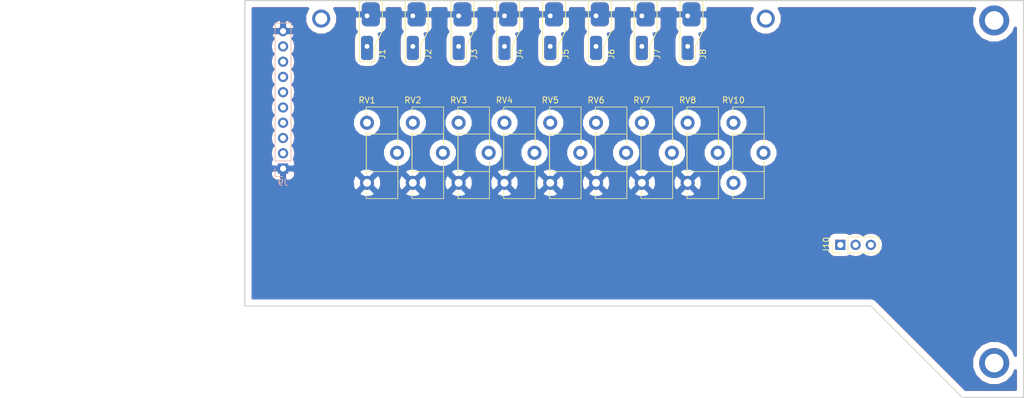
<source format=kicad_pcb>
(kicad_pcb (version 20171130) (host pcbnew 5.0.2-bee76a0~70~ubuntu16.04.1)

  (general
    (thickness 1.6)
    (drawings 10)
    (tracks 4)
    (zones 0)
    (modules 19)
    (nets 21)
  )

  (page A4)
  (layers
    (0 F.Cu signal)
    (31 B.Cu signal)
    (32 B.Adhes user)
    (33 F.Adhes user)
    (34 B.Paste user)
    (35 F.Paste user)
    (36 B.SilkS user)
    (37 F.SilkS user)
    (38 B.Mask user)
    (39 F.Mask user)
    (40 Dwgs.User user)
    (41 Cmts.User user)
    (42 Eco1.User user)
    (43 Eco2.User user)
    (44 Edge.Cuts user)
    (45 Margin user)
    (46 B.CrtYd user)
    (47 F.CrtYd user)
    (48 B.Fab user)
    (49 F.Fab user)
  )

  (setup
    (last_trace_width 2)
    (trace_clearance 1)
    (zone_clearance 1)
    (zone_45_only no)
    (trace_min 0.2)
    (segment_width 0.2)
    (edge_width 0.15)
    (via_size 0.8)
    (via_drill 0.4)
    (via_min_size 0.4)
    (via_min_drill 0.3)
    (uvia_size 0.3)
    (uvia_drill 0.1)
    (uvias_allowed no)
    (uvia_min_size 0.2)
    (uvia_min_drill 0.1)
    (pcb_text_width 0.3)
    (pcb_text_size 1.5 1.5)
    (mod_edge_width 0.15)
    (mod_text_size 1 1)
    (mod_text_width 0.15)
    (pad_size 2.34 2.34)
    (pad_drill 1.3)
    (pad_to_mask_clearance 0.051)
    (solder_mask_min_width 0.25)
    (aux_axis_origin 0 0)
    (visible_elements FFFFFF7F)
    (pcbplotparams
      (layerselection 0x010fc_ffffffff)
      (usegerberextensions false)
      (usegerberattributes false)
      (usegerberadvancedattributes false)
      (creategerberjobfile false)
      (excludeedgelayer true)
      (linewidth 0.100000)
      (plotframeref false)
      (viasonmask false)
      (mode 1)
      (useauxorigin false)
      (hpglpennumber 1)
      (hpglpenspeed 20)
      (hpglpendiameter 15.000000)
      (psnegative false)
      (psa4output false)
      (plotreference true)
      (plotvalue true)
      (plotinvisibletext false)
      (padsonsilk false)
      (subtractmaskfromsilk false)
      (outputformat 1)
      (mirror false)
      (drillshape 1)
      (scaleselection 1)
      (outputdirectory ""))
  )

  (net 0 "")
  (net 1 GNDA)
  (net 2 "Net-(J1-Pad2)")
  (net 3 "Net-(J2-Pad2)")
  (net 4 "Net-(J3-Pad2)")
  (net 5 "Net-(J4-Pad2)")
  (net 6 "Net-(J5-Pad2)")
  (net 7 "Net-(J6-Pad2)")
  (net 8 "Net-(J7-Pad2)")
  (net 9 "Net-(J8-Pad2)")
  (net 10 "Net-(J9-Pad2)")
  (net 11 "Net-(J9-Pad3)")
  (net 12 "Net-(J9-Pad4)")
  (net 13 "Net-(J9-Pad5)")
  (net 14 "Net-(J9-Pad6)")
  (net 15 "Net-(J9-Pad7)")
  (net 16 "Net-(J9-Pad8)")
  (net 17 "Net-(J9-Pad9)")
  (net 18 "Net-(J10-Pad1)")
  (net 19 "Net-(J10-Pad2)")
  (net 20 "Net-(J10-Pad3)")

  (net_class Default "This is the default net class."
    (clearance 1)
    (trace_width 2)
    (via_dia 0.8)
    (via_drill 0.4)
    (uvia_dia 0.3)
    (uvia_drill 0.1)
    (add_net GNDA)
    (add_net "Net-(J1-Pad2)")
    (add_net "Net-(J10-Pad1)")
    (add_net "Net-(J10-Pad2)")
    (add_net "Net-(J10-Pad3)")
    (add_net "Net-(J2-Pad2)")
    (add_net "Net-(J3-Pad2)")
    (add_net "Net-(J4-Pad2)")
    (add_net "Net-(J5-Pad2)")
    (add_net "Net-(J6-Pad2)")
    (add_net "Net-(J7-Pad2)")
    (add_net "Net-(J8-Pad2)")
    (add_net "Net-(J9-Pad2)")
    (add_net "Net-(J9-Pad3)")
    (add_net "Net-(J9-Pad4)")
    (add_net "Net-(J9-Pad5)")
    (add_net "Net-(J9-Pad6)")
    (add_net "Net-(J9-Pad7)")
    (add_net "Net-(J9-Pad8)")
    (add_net "Net-(J9-Pad9)")
  )

  (module footprints:coax_solder_pad (layer F.Cu) (tedit 5CB1CA80) (tstamp 5CEA5086)
    (at 73.66 15.24 270)
    (path /5CEA9CF8)
    (fp_text reference J1 (at 6.35 -2.54 270) (layer F.SilkS)
      (effects (font (size 1 1) (thickness 0.15)))
    )
    (fp_text value Conn_01x02 (at 3.81 -3.81 270) (layer F.Fab)
      (effects (font (size 1 1) (thickness 0.15)))
    )
    (fp_line (start -2.54 -2.54) (end 2.54 -2.54) (layer F.SilkS) (width 0.15))
    (fp_line (start 2.54 -2.54) (end 5.08 -1.27) (layer F.SilkS) (width 0.15))
    (fp_line (start 5.08 -1.27) (end 7.62 -1.27) (layer F.SilkS) (width 0.15))
    (fp_line (start 7.62 -1.27) (end 7.62 1.27) (layer F.SilkS) (width 0.15))
    (fp_line (start 7.62 1.27) (end -2.54 1.27) (layer F.SilkS) (width 0.15))
    (fp_line (start -2.54 1.27) (end -2.54 -2.54) (layer F.SilkS) (width 0.15))
    (pad 1 thru_hole roundrect (at 0 0 270) (size 4 3) (drill 0.8 (offset -0.254 -0.635)) (layers *.Cu *.Mask) (roundrect_rratio 0.25)
      (net 1 GNDA))
    (pad 2 thru_hole roundrect (at 5.08 0 270) (size 4 2) (drill 0.8 (offset 0.254 0)) (layers *.Cu *.Mask) (roundrect_rratio 0.25)
      (net 2 "Net-(J1-Pad2)"))
  )

  (module footprints:coax_solder_pad (layer F.Cu) (tedit 5CB1CA80) (tstamp 5CEA5092)
    (at 81.28 15.24 270)
    (path /5CEAA6AA)
    (fp_text reference J2 (at 6.35 -2.54 270) (layer F.SilkS)
      (effects (font (size 1 1) (thickness 0.15)))
    )
    (fp_text value Conn_01x02 (at 3.81 -3.81 270) (layer F.Fab)
      (effects (font (size 1 1) (thickness 0.15)))
    )
    (fp_line (start -2.54 1.27) (end -2.54 -2.54) (layer F.SilkS) (width 0.15))
    (fp_line (start 7.62 1.27) (end -2.54 1.27) (layer F.SilkS) (width 0.15))
    (fp_line (start 7.62 -1.27) (end 7.62 1.27) (layer F.SilkS) (width 0.15))
    (fp_line (start 5.08 -1.27) (end 7.62 -1.27) (layer F.SilkS) (width 0.15))
    (fp_line (start 2.54 -2.54) (end 5.08 -1.27) (layer F.SilkS) (width 0.15))
    (fp_line (start -2.54 -2.54) (end 2.54 -2.54) (layer F.SilkS) (width 0.15))
    (pad 2 thru_hole roundrect (at 5.08 0 270) (size 4 2) (drill 0.8 (offset 0.254 0)) (layers *.Cu *.Mask) (roundrect_rratio 0.25)
      (net 3 "Net-(J2-Pad2)"))
    (pad 1 thru_hole roundrect (at 0 0 270) (size 4 3) (drill 0.8 (offset -0.254 -0.635)) (layers *.Cu *.Mask) (roundrect_rratio 0.25)
      (net 1 GNDA))
  )

  (module footprints:coax_solder_pad (layer F.Cu) (tedit 5CB1CA80) (tstamp 5CEA509E)
    (at 88.9 15.24 270)
    (path /5CEAB615)
    (fp_text reference J3 (at 6.35 -2.54 270) (layer F.SilkS)
      (effects (font (size 1 1) (thickness 0.15)))
    )
    (fp_text value Conn_01x02 (at 3.81 -3.81 270) (layer F.Fab)
      (effects (font (size 1 1) (thickness 0.15)))
    )
    (fp_line (start -2.54 -2.54) (end 2.54 -2.54) (layer F.SilkS) (width 0.15))
    (fp_line (start 2.54 -2.54) (end 5.08 -1.27) (layer F.SilkS) (width 0.15))
    (fp_line (start 5.08 -1.27) (end 7.62 -1.27) (layer F.SilkS) (width 0.15))
    (fp_line (start 7.62 -1.27) (end 7.62 1.27) (layer F.SilkS) (width 0.15))
    (fp_line (start 7.62 1.27) (end -2.54 1.27) (layer F.SilkS) (width 0.15))
    (fp_line (start -2.54 1.27) (end -2.54 -2.54) (layer F.SilkS) (width 0.15))
    (pad 1 thru_hole roundrect (at 0 0 270) (size 4 3) (drill 0.8 (offset -0.254 -0.635)) (layers *.Cu *.Mask) (roundrect_rratio 0.25)
      (net 1 GNDA))
    (pad 2 thru_hole roundrect (at 5.08 0 270) (size 4 2) (drill 0.8 (offset 0.254 0)) (layers *.Cu *.Mask) (roundrect_rratio 0.25)
      (net 4 "Net-(J3-Pad2)"))
  )

  (module footprints:coax_solder_pad (layer F.Cu) (tedit 5CB1CA80) (tstamp 5CEA6703)
    (at 96.52 15.24 270)
    (path /5CEABD74)
    (fp_text reference J4 (at 6.35 -2.54 270) (layer F.SilkS)
      (effects (font (size 1 1) (thickness 0.15)))
    )
    (fp_text value Conn_01x02 (at 3.81 -3.81 270) (layer F.Fab)
      (effects (font (size 1 1) (thickness 0.15)))
    )
    (fp_line (start -2.54 1.27) (end -2.54 -2.54) (layer F.SilkS) (width 0.15))
    (fp_line (start 7.62 1.27) (end -2.54 1.27) (layer F.SilkS) (width 0.15))
    (fp_line (start 7.62 -1.27) (end 7.62 1.27) (layer F.SilkS) (width 0.15))
    (fp_line (start 5.08 -1.27) (end 7.62 -1.27) (layer F.SilkS) (width 0.15))
    (fp_line (start 2.54 -2.54) (end 5.08 -1.27) (layer F.SilkS) (width 0.15))
    (fp_line (start -2.54 -2.54) (end 2.54 -2.54) (layer F.SilkS) (width 0.15))
    (pad 2 thru_hole roundrect (at 5.08 0 270) (size 4 2) (drill 0.8 (offset 0.254 0)) (layers *.Cu *.Mask) (roundrect_rratio 0.25)
      (net 5 "Net-(J4-Pad2)"))
    (pad 1 thru_hole roundrect (at 0 0 270) (size 4 3) (drill 0.8 (offset -0.254 -0.635)) (layers *.Cu *.Mask) (roundrect_rratio 0.25)
      (net 1 GNDA))
  )

  (module footprints:coax_solder_pad (layer F.Cu) (tedit 5CB1CA80) (tstamp 5CEA50B6)
    (at 104.14 15.24 270)
    (path /5CEAC4D7)
    (fp_text reference J5 (at 6.35 -2.54 270) (layer F.SilkS)
      (effects (font (size 1 1) (thickness 0.15)))
    )
    (fp_text value Conn_01x02 (at 3.81 -3.81 270) (layer F.Fab)
      (effects (font (size 1 1) (thickness 0.15)))
    )
    (fp_line (start -2.54 -2.54) (end 2.54 -2.54) (layer F.SilkS) (width 0.15))
    (fp_line (start 2.54 -2.54) (end 5.08 -1.27) (layer F.SilkS) (width 0.15))
    (fp_line (start 5.08 -1.27) (end 7.62 -1.27) (layer F.SilkS) (width 0.15))
    (fp_line (start 7.62 -1.27) (end 7.62 1.27) (layer F.SilkS) (width 0.15))
    (fp_line (start 7.62 1.27) (end -2.54 1.27) (layer F.SilkS) (width 0.15))
    (fp_line (start -2.54 1.27) (end -2.54 -2.54) (layer F.SilkS) (width 0.15))
    (pad 1 thru_hole roundrect (at 0 0 270) (size 4 3) (drill 0.8 (offset -0.254 -0.635)) (layers *.Cu *.Mask) (roundrect_rratio 0.25)
      (net 1 GNDA))
    (pad 2 thru_hole roundrect (at 5.08 0 270) (size 4 2) (drill 0.8 (offset 0.254 0)) (layers *.Cu *.Mask) (roundrect_rratio 0.25)
      (net 6 "Net-(J5-Pad2)"))
  )

  (module footprints:coax_solder_pad (layer F.Cu) (tedit 5CB1CA80) (tstamp 5CEA50C2)
    (at 111.76 15.24 270)
    (path /5CEACC54)
    (fp_text reference J6 (at 6.35 -2.54 270) (layer F.SilkS)
      (effects (font (size 1 1) (thickness 0.15)))
    )
    (fp_text value Conn_01x02 (at 3.81 -3.81 270) (layer F.Fab)
      (effects (font (size 1 1) (thickness 0.15)))
    )
    (fp_line (start -2.54 1.27) (end -2.54 -2.54) (layer F.SilkS) (width 0.15))
    (fp_line (start 7.62 1.27) (end -2.54 1.27) (layer F.SilkS) (width 0.15))
    (fp_line (start 7.62 -1.27) (end 7.62 1.27) (layer F.SilkS) (width 0.15))
    (fp_line (start 5.08 -1.27) (end 7.62 -1.27) (layer F.SilkS) (width 0.15))
    (fp_line (start 2.54 -2.54) (end 5.08 -1.27) (layer F.SilkS) (width 0.15))
    (fp_line (start -2.54 -2.54) (end 2.54 -2.54) (layer F.SilkS) (width 0.15))
    (pad 2 thru_hole roundrect (at 5.08 0 270) (size 4 2) (drill 0.8 (offset 0.254 0)) (layers *.Cu *.Mask) (roundrect_rratio 0.25)
      (net 7 "Net-(J6-Pad2)"))
    (pad 1 thru_hole roundrect (at 0 0 270) (size 4 3) (drill 0.8 (offset -0.254 -0.635)) (layers *.Cu *.Mask) (roundrect_rratio 0.25)
      (net 1 GNDA))
  )

  (module footprints:coax_solder_pad (layer F.Cu) (tedit 5CB1CA80) (tstamp 5CEA50CE)
    (at 119.38 15.24 270)
    (path /5CEAD3AB)
    (fp_text reference J7 (at 6.35 -2.54 270) (layer F.SilkS)
      (effects (font (size 1 1) (thickness 0.15)))
    )
    (fp_text value Conn_01x02 (at 3.81 -3.81 270) (layer F.Fab)
      (effects (font (size 1 1) (thickness 0.15)))
    )
    (fp_line (start -2.54 -2.54) (end 2.54 -2.54) (layer F.SilkS) (width 0.15))
    (fp_line (start 2.54 -2.54) (end 5.08 -1.27) (layer F.SilkS) (width 0.15))
    (fp_line (start 5.08 -1.27) (end 7.62 -1.27) (layer F.SilkS) (width 0.15))
    (fp_line (start 7.62 -1.27) (end 7.62 1.27) (layer F.SilkS) (width 0.15))
    (fp_line (start 7.62 1.27) (end -2.54 1.27) (layer F.SilkS) (width 0.15))
    (fp_line (start -2.54 1.27) (end -2.54 -2.54) (layer F.SilkS) (width 0.15))
    (pad 1 thru_hole roundrect (at 0 0 270) (size 4 3) (drill 0.8 (offset -0.254 -0.635)) (layers *.Cu *.Mask) (roundrect_rratio 0.25)
      (net 1 GNDA))
    (pad 2 thru_hole roundrect (at 5.08 0 270) (size 4 2) (drill 0.8 (offset 0.254 0)) (layers *.Cu *.Mask) (roundrect_rratio 0.25)
      (net 8 "Net-(J7-Pad2)"))
  )

  (module footprints:coax_solder_pad (layer F.Cu) (tedit 5CB1CA80) (tstamp 5CEA50DA)
    (at 127 15.24 270)
    (path /5CEADB0E)
    (fp_text reference J8 (at 6.35 -2.54 270) (layer F.SilkS)
      (effects (font (size 1 1) (thickness 0.15)))
    )
    (fp_text value Conn_01x02 (at 3.81 -3.81 270) (layer F.Fab)
      (effects (font (size 1 1) (thickness 0.15)))
    )
    (fp_line (start -2.54 1.27) (end -2.54 -2.54) (layer F.SilkS) (width 0.15))
    (fp_line (start 7.62 1.27) (end -2.54 1.27) (layer F.SilkS) (width 0.15))
    (fp_line (start 7.62 -1.27) (end 7.62 1.27) (layer F.SilkS) (width 0.15))
    (fp_line (start 5.08 -1.27) (end 7.62 -1.27) (layer F.SilkS) (width 0.15))
    (fp_line (start 2.54 -2.54) (end 5.08 -1.27) (layer F.SilkS) (width 0.15))
    (fp_line (start -2.54 -2.54) (end 2.54 -2.54) (layer F.SilkS) (width 0.15))
    (pad 2 thru_hole roundrect (at 5.08 0 270) (size 4 2) (drill 0.8 (offset 0.254 0)) (layers *.Cu *.Mask) (roundrect_rratio 0.25)
      (net 9 "Net-(J8-Pad2)"))
    (pad 1 thru_hole roundrect (at 0 0 270) (size 4 3) (drill 0.8 (offset -0.254 -0.635)) (layers *.Cu *.Mask) (roundrect_rratio 0.25)
      (net 1 GNDA))
  )

  (module Connector_PinHeader_2.54mm:PinHeader_1x10_P2.54mm_Vertical (layer B.Cu) (tedit 59FED5CC) (tstamp 5CEA5E60)
    (at 59.69 40.64)
    (descr "Through hole straight pin header, 1x10, 2.54mm pitch, single row")
    (tags "Through hole pin header THT 1x10 2.54mm single row")
    (path /5CEA4DA9)
    (fp_text reference J9 (at 0 2.33) (layer B.SilkS)
      (effects (font (size 1 1) (thickness 0.15)) (justify mirror))
    )
    (fp_text value Conn_01x10 (at 0 -25.19) (layer B.Fab)
      (effects (font (size 1 1) (thickness 0.15)) (justify mirror))
    )
    (fp_line (start -0.635 1.27) (end 1.27 1.27) (layer B.Fab) (width 0.1))
    (fp_line (start 1.27 1.27) (end 1.27 -24.13) (layer B.Fab) (width 0.1))
    (fp_line (start 1.27 -24.13) (end -1.27 -24.13) (layer B.Fab) (width 0.1))
    (fp_line (start -1.27 -24.13) (end -1.27 0.635) (layer B.Fab) (width 0.1))
    (fp_line (start -1.27 0.635) (end -0.635 1.27) (layer B.Fab) (width 0.1))
    (fp_line (start -1.33 -24.19) (end 1.33 -24.19) (layer B.SilkS) (width 0.12))
    (fp_line (start -1.33 -1.27) (end -1.33 -24.19) (layer B.SilkS) (width 0.12))
    (fp_line (start 1.33 -1.27) (end 1.33 -24.19) (layer B.SilkS) (width 0.12))
    (fp_line (start -1.33 -1.27) (end 1.33 -1.27) (layer B.SilkS) (width 0.12))
    (fp_line (start -1.33 0) (end -1.33 1.33) (layer B.SilkS) (width 0.12))
    (fp_line (start -1.33 1.33) (end 0 1.33) (layer B.SilkS) (width 0.12))
    (fp_line (start -1.8 1.8) (end -1.8 -24.65) (layer B.CrtYd) (width 0.05))
    (fp_line (start -1.8 -24.65) (end 1.8 -24.65) (layer B.CrtYd) (width 0.05))
    (fp_line (start 1.8 -24.65) (end 1.8 1.8) (layer B.CrtYd) (width 0.05))
    (fp_line (start 1.8 1.8) (end -1.8 1.8) (layer B.CrtYd) (width 0.05))
    (fp_text user %R (at 0 -11.43 -90) (layer B.Fab)
      (effects (font (size 1 1) (thickness 0.15)) (justify mirror))
    )
    (pad 1 thru_hole rect (at 0 0) (size 1.7 1.7) (drill 1) (layers *.Cu *.Mask)
      (net 1 GNDA))
    (pad 2 thru_hole oval (at 0 -2.54) (size 1.7 1.7) (drill 1) (layers *.Cu *.Mask)
      (net 10 "Net-(J9-Pad2)"))
    (pad 3 thru_hole oval (at 0 -5.08) (size 1.7 1.7) (drill 1) (layers *.Cu *.Mask)
      (net 11 "Net-(J9-Pad3)"))
    (pad 4 thru_hole oval (at 0 -7.62) (size 1.7 1.7) (drill 1) (layers *.Cu *.Mask)
      (net 12 "Net-(J9-Pad4)"))
    (pad 5 thru_hole oval (at 0 -10.16) (size 1.7 1.7) (drill 1) (layers *.Cu *.Mask)
      (net 13 "Net-(J9-Pad5)"))
    (pad 6 thru_hole oval (at 0 -12.7) (size 1.7 1.7) (drill 1) (layers *.Cu *.Mask)
      (net 14 "Net-(J9-Pad6)"))
    (pad 7 thru_hole oval (at 0 -15.24) (size 1.7 1.7) (drill 1) (layers *.Cu *.Mask)
      (net 15 "Net-(J9-Pad7)"))
    (pad 8 thru_hole oval (at 0 -17.78) (size 1.7 1.7) (drill 1) (layers *.Cu *.Mask)
      (net 16 "Net-(J9-Pad8)"))
    (pad 9 thru_hole oval (at 0 -20.32) (size 1.7 1.7) (drill 1) (layers *.Cu *.Mask)
      (net 17 "Net-(J9-Pad9)"))
    (pad 10 thru_hole oval (at 0 -22.86) (size 1.7 1.7) (drill 1) (layers *.Cu *.Mask)
      (net 1 GNDA))
    (model ${KISYS3DMOD}/Connector_PinHeader_2.54mm.3dshapes/PinHeader_1x10_P2.54mm_Vertical.wrl
      (at (xyz 0 0 0))
      (scale (xyz 1 1 1))
      (rotate (xyz 0 0 0))
    )
  )

  (module Connector_PinHeader_2.54mm:PinHeader_1x03_P2.54mm_Vertical (layer F.Cu) (tedit 59FED5CC) (tstamp 5CEA68B6)
    (at 152.4 53.34 90)
    (descr "Through hole straight pin header, 1x03, 2.54mm pitch, single row")
    (tags "Through hole pin header THT 1x03 2.54mm single row")
    (path /5CEA4A3E)
    (fp_text reference J10 (at 0 -2.33 90) (layer F.SilkS)
      (effects (font (size 1 1) (thickness 0.15)))
    )
    (fp_text value Conn_servo (at 0 7.41 90) (layer F.Fab)
      (effects (font (size 1 1) (thickness 0.15)))
    )
    (fp_line (start -0.635 -1.27) (end 1.27 -1.27) (layer F.Fab) (width 0.1))
    (fp_line (start 1.27 -1.27) (end 1.27 6.35) (layer F.Fab) (width 0.1))
    (fp_line (start 1.27 6.35) (end -1.27 6.35) (layer F.Fab) (width 0.1))
    (fp_line (start -1.27 6.35) (end -1.27 -0.635) (layer F.Fab) (width 0.1))
    (fp_line (start -1.27 -0.635) (end -0.635 -1.27) (layer F.Fab) (width 0.1))
    (fp_line (start -1.33 6.41) (end 1.33 6.41) (layer F.SilkS) (width 0.12))
    (fp_line (start -1.33 1.27) (end -1.33 6.41) (layer F.SilkS) (width 0.12))
    (fp_line (start 1.33 1.27) (end 1.33 6.41) (layer F.SilkS) (width 0.12))
    (fp_line (start -1.33 1.27) (end 1.33 1.27) (layer F.SilkS) (width 0.12))
    (fp_line (start -1.33 0) (end -1.33 -1.33) (layer F.SilkS) (width 0.12))
    (fp_line (start -1.33 -1.33) (end 0 -1.33) (layer F.SilkS) (width 0.12))
    (fp_line (start -1.8 -1.8) (end -1.8 6.85) (layer F.CrtYd) (width 0.05))
    (fp_line (start -1.8 6.85) (end 1.8 6.85) (layer F.CrtYd) (width 0.05))
    (fp_line (start 1.8 6.85) (end 1.8 -1.8) (layer F.CrtYd) (width 0.05))
    (fp_line (start 1.8 -1.8) (end -1.8 -1.8) (layer F.CrtYd) (width 0.05))
    (fp_text user %R (at 0 2.54 180) (layer F.Fab)
      (effects (font (size 1 1) (thickness 0.15)))
    )
    (pad 1 thru_hole rect (at 0 0 90) (size 1.7 1.7) (drill 1) (layers *.Cu *.Mask)
      (net 18 "Net-(J10-Pad1)"))
    (pad 2 thru_hole oval (at 0 2.54 90) (size 1.7 1.7) (drill 1) (layers *.Cu *.Mask)
      (net 19 "Net-(J10-Pad2)"))
    (pad 3 thru_hole oval (at 0 5.08 90) (size 1.7 1.7) (drill 1) (layers *.Cu *.Mask)
      (net 20 "Net-(J10-Pad3)"))
    (model ${KISYS3DMOD}/Connector_PinHeader_2.54mm.3dshapes/PinHeader_1x03_P2.54mm_Vertical.wrl
      (at (xyz 0 0 0))
      (scale (xyz 1 1 1))
      (rotate (xyz 0 0 0))
    )
  )

  (module Potentiometer_THT:Potentiometer_Piher_PT-15-H05_Horizontal (layer F.Cu) (tedit 5A3D4994) (tstamp 5CEA512F)
    (at 73.66 33.02)
    (descr "Potentiometer, horizontal, Piher PT-15-H05, http://www.piher-nacesa.com/pdf/14-PT15v03.pdf")
    (tags "Potentiometer horizontal Piher PT-15-H05")
    (path /5CEA489F)
    (fp_text reference RV1 (at 0 -3.75) (layer F.SilkS)
      (effects (font (size 1 1) (thickness 0.15)))
    )
    (fp_text value R_POT (at 0 13.75) (layer F.Fab)
      (effects (font (size 1 1) (thickness 0.15)))
    )
    (fp_line (start 5 -2.5) (end 5 12.5) (layer F.Fab) (width 0.1))
    (fp_line (start 5 12.5) (end 0 12.5) (layer F.Fab) (width 0.1))
    (fp_line (start 0 12.5) (end 0 -2.5) (layer F.Fab) (width 0.1))
    (fp_line (start 0 -2.5) (end 5 -2.5) (layer F.Fab) (width 0.1))
    (fp_line (start 0 2) (end 0 8) (layer F.Fab) (width 0.1))
    (fp_line (start 0 8) (end 5 8) (layer F.Fab) (width 0.1))
    (fp_line (start 5 8) (end 5 2) (layer F.Fab) (width 0.1))
    (fp_line (start 5 2) (end 0 2) (layer F.Fab) (width 0.1))
    (fp_line (start -0.121 -2.62) (end 5.12 -2.62) (layer F.SilkS) (width 0.12))
    (fp_line (start -0.121 12.62) (end 5.12 12.62) (layer F.SilkS) (width 0.12))
    (fp_line (start 5.12 -2.62) (end 5.12 3.575) (layer F.SilkS) (width 0.12))
    (fp_line (start 5.12 6.425) (end 5.12 12.62) (layer F.SilkS) (width 0.12))
    (fp_line (start -0.121 11.425) (end -0.121 12.62) (layer F.SilkS) (width 0.12))
    (fp_line (start -0.121 -2.62) (end -0.121 -1.426) (layer F.SilkS) (width 0.12))
    (fp_line (start -0.121 1.426) (end -0.121 8.575) (layer F.SilkS) (width 0.12))
    (fp_line (start -0.121 1.88) (end 5.12 1.88) (layer F.SilkS) (width 0.12))
    (fp_line (start -0.121 8.121) (end 5.12 8.121) (layer F.SilkS) (width 0.12))
    (fp_line (start -0.121 1.88) (end -0.121 8.121) (layer F.SilkS) (width 0.12))
    (fp_line (start 5.12 1.88) (end 5.12 3.575) (layer F.SilkS) (width 0.12))
    (fp_line (start 5.12 6.425) (end 5.12 8.121) (layer F.SilkS) (width 0.12))
    (fp_line (start -1.45 -2.75) (end -1.45 12.75) (layer F.CrtYd) (width 0.05))
    (fp_line (start -1.45 12.75) (end 6.45 12.75) (layer F.CrtYd) (width 0.05))
    (fp_line (start 6.45 12.75) (end 6.45 -2.75) (layer F.CrtYd) (width 0.05))
    (fp_line (start 6.45 -2.75) (end -1.45 -2.75) (layer F.CrtYd) (width 0.05))
    (fp_text user %R (at 2.5 5) (layer F.Fab)
      (effects (font (size 1 1) (thickness 0.15)))
    )
    (pad 3 thru_hole circle (at 0 10) (size 2.34 2.34) (drill 1.3) (layers *.Cu *.Mask)
      (net 1 GNDA))
    (pad 2 thru_hole circle (at 5 5) (size 2.34 2.34) (drill 1.3) (layers *.Cu *.Mask)
      (net 10 "Net-(J9-Pad2)"))
    (pad 1 thru_hole circle (at 0 0) (size 2.34 2.34) (drill 1.3) (layers *.Cu *.Mask)
      (net 2 "Net-(J1-Pad2)"))
    (model ${KISYS3DMOD}/Potentiometer_THT.3dshapes/Potentiometer_Piher_PT-15-H05_Horizontal.wrl
      (at (xyz 0 0 0))
      (scale (xyz 1 1 1))
      (rotate (xyz 0 0 0))
    )
  )

  (module Potentiometer_THT:Potentiometer_Piher_PT-15-H05_Horizontal (layer F.Cu) (tedit 5A3D4994) (tstamp 5CEA514F)
    (at 81.28 33.02)
    (descr "Potentiometer, horizontal, Piher PT-15-H05, http://www.piher-nacesa.com/pdf/14-PT15v03.pdf")
    (tags "Potentiometer horizontal Piher PT-15-H05")
    (path /5CEA509A)
    (fp_text reference RV2 (at 0 -3.75) (layer F.SilkS)
      (effects (font (size 1 1) (thickness 0.15)))
    )
    (fp_text value R_POT (at 0 13.75) (layer F.Fab)
      (effects (font (size 1 1) (thickness 0.15)))
    )
    (fp_text user %R (at 2.5 5) (layer F.Fab)
      (effects (font (size 1 1) (thickness 0.15)))
    )
    (fp_line (start 6.45 -2.75) (end -1.45 -2.75) (layer F.CrtYd) (width 0.05))
    (fp_line (start 6.45 12.75) (end 6.45 -2.75) (layer F.CrtYd) (width 0.05))
    (fp_line (start -1.45 12.75) (end 6.45 12.75) (layer F.CrtYd) (width 0.05))
    (fp_line (start -1.45 -2.75) (end -1.45 12.75) (layer F.CrtYd) (width 0.05))
    (fp_line (start 5.12 6.425) (end 5.12 8.121) (layer F.SilkS) (width 0.12))
    (fp_line (start 5.12 1.88) (end 5.12 3.575) (layer F.SilkS) (width 0.12))
    (fp_line (start -0.121 1.88) (end -0.121 8.121) (layer F.SilkS) (width 0.12))
    (fp_line (start -0.121 8.121) (end 5.12 8.121) (layer F.SilkS) (width 0.12))
    (fp_line (start -0.121 1.88) (end 5.12 1.88) (layer F.SilkS) (width 0.12))
    (fp_line (start -0.121 1.426) (end -0.121 8.575) (layer F.SilkS) (width 0.12))
    (fp_line (start -0.121 -2.62) (end -0.121 -1.426) (layer F.SilkS) (width 0.12))
    (fp_line (start -0.121 11.425) (end -0.121 12.62) (layer F.SilkS) (width 0.12))
    (fp_line (start 5.12 6.425) (end 5.12 12.62) (layer F.SilkS) (width 0.12))
    (fp_line (start 5.12 -2.62) (end 5.12 3.575) (layer F.SilkS) (width 0.12))
    (fp_line (start -0.121 12.62) (end 5.12 12.62) (layer F.SilkS) (width 0.12))
    (fp_line (start -0.121 -2.62) (end 5.12 -2.62) (layer F.SilkS) (width 0.12))
    (fp_line (start 5 2) (end 0 2) (layer F.Fab) (width 0.1))
    (fp_line (start 5 8) (end 5 2) (layer F.Fab) (width 0.1))
    (fp_line (start 0 8) (end 5 8) (layer F.Fab) (width 0.1))
    (fp_line (start 0 2) (end 0 8) (layer F.Fab) (width 0.1))
    (fp_line (start 0 -2.5) (end 5 -2.5) (layer F.Fab) (width 0.1))
    (fp_line (start 0 12.5) (end 0 -2.5) (layer F.Fab) (width 0.1))
    (fp_line (start 5 12.5) (end 0 12.5) (layer F.Fab) (width 0.1))
    (fp_line (start 5 -2.5) (end 5 12.5) (layer F.Fab) (width 0.1))
    (pad 1 thru_hole circle (at 0 0) (size 2.34 2.34) (drill 1.3) (layers *.Cu *.Mask)
      (net 3 "Net-(J2-Pad2)"))
    (pad 2 thru_hole circle (at 5 5) (size 2.34 2.34) (drill 1.3) (layers *.Cu *.Mask)
      (net 11 "Net-(J9-Pad3)"))
    (pad 3 thru_hole circle (at 0 10) (size 2.34 2.34) (drill 1.3) (layers *.Cu *.Mask)
      (net 1 GNDA))
    (model ${KISYS3DMOD}/Potentiometer_THT.3dshapes/Potentiometer_Piher_PT-15-H05_Horizontal.wrl
      (at (xyz 0 0 0))
      (scale (xyz 1 1 1))
      (rotate (xyz 0 0 0))
    )
  )

  (module Potentiometer_THT:Potentiometer_Piher_PT-15-H05_Horizontal (layer F.Cu) (tedit 5A3D4994) (tstamp 5CEA516F)
    (at 88.9 33.02)
    (descr "Potentiometer, horizontal, Piher PT-15-H05, http://www.piher-nacesa.com/pdf/14-PT15v03.pdf")
    (tags "Potentiometer horizontal Piher PT-15-H05")
    (path /5CEA51E9)
    (fp_text reference RV3 (at 0 -3.75) (layer F.SilkS)
      (effects (font (size 1 1) (thickness 0.15)))
    )
    (fp_text value R_POT (at 0 13.75) (layer F.Fab)
      (effects (font (size 1 1) (thickness 0.15)))
    )
    (fp_line (start 5 -2.5) (end 5 12.5) (layer F.Fab) (width 0.1))
    (fp_line (start 5 12.5) (end 0 12.5) (layer F.Fab) (width 0.1))
    (fp_line (start 0 12.5) (end 0 -2.5) (layer F.Fab) (width 0.1))
    (fp_line (start 0 -2.5) (end 5 -2.5) (layer F.Fab) (width 0.1))
    (fp_line (start 0 2) (end 0 8) (layer F.Fab) (width 0.1))
    (fp_line (start 0 8) (end 5 8) (layer F.Fab) (width 0.1))
    (fp_line (start 5 8) (end 5 2) (layer F.Fab) (width 0.1))
    (fp_line (start 5 2) (end 0 2) (layer F.Fab) (width 0.1))
    (fp_line (start -0.121 -2.62) (end 5.12 -2.62) (layer F.SilkS) (width 0.12))
    (fp_line (start -0.121 12.62) (end 5.12 12.62) (layer F.SilkS) (width 0.12))
    (fp_line (start 5.12 -2.62) (end 5.12 3.575) (layer F.SilkS) (width 0.12))
    (fp_line (start 5.12 6.425) (end 5.12 12.62) (layer F.SilkS) (width 0.12))
    (fp_line (start -0.121 11.425) (end -0.121 12.62) (layer F.SilkS) (width 0.12))
    (fp_line (start -0.121 -2.62) (end -0.121 -1.426) (layer F.SilkS) (width 0.12))
    (fp_line (start -0.121 1.426) (end -0.121 8.575) (layer F.SilkS) (width 0.12))
    (fp_line (start -0.121 1.88) (end 5.12 1.88) (layer F.SilkS) (width 0.12))
    (fp_line (start -0.121 8.121) (end 5.12 8.121) (layer F.SilkS) (width 0.12))
    (fp_line (start -0.121 1.88) (end -0.121 8.121) (layer F.SilkS) (width 0.12))
    (fp_line (start 5.12 1.88) (end 5.12 3.575) (layer F.SilkS) (width 0.12))
    (fp_line (start 5.12 6.425) (end 5.12 8.121) (layer F.SilkS) (width 0.12))
    (fp_line (start -1.45 -2.75) (end -1.45 12.75) (layer F.CrtYd) (width 0.05))
    (fp_line (start -1.45 12.75) (end 6.45 12.75) (layer F.CrtYd) (width 0.05))
    (fp_line (start 6.45 12.75) (end 6.45 -2.75) (layer F.CrtYd) (width 0.05))
    (fp_line (start 6.45 -2.75) (end -1.45 -2.75) (layer F.CrtYd) (width 0.05))
    (fp_text user %R (at 2.5 5) (layer F.Fab)
      (effects (font (size 1 1) (thickness 0.15)))
    )
    (pad 3 thru_hole circle (at 0 10) (size 2.34 2.34) (drill 1.3) (layers *.Cu *.Mask)
      (net 1 GNDA))
    (pad 2 thru_hole circle (at 5 5) (size 2.34 2.34) (drill 1.3) (layers *.Cu *.Mask)
      (net 12 "Net-(J9-Pad4)"))
    (pad 1 thru_hole circle (at 0 0) (size 2.34 2.34) (drill 1.3) (layers *.Cu *.Mask)
      (net 4 "Net-(J3-Pad2)"))
    (model ${KISYS3DMOD}/Potentiometer_THT.3dshapes/Potentiometer_Piher_PT-15-H05_Horizontal.wrl
      (at (xyz 0 0 0))
      (scale (xyz 1 1 1))
      (rotate (xyz 0 0 0))
    )
  )

  (module Potentiometer_THT:Potentiometer_Piher_PT-15-H05_Horizontal (layer F.Cu) (tedit 5A3D4994) (tstamp 5CEA518F)
    (at 96.52 33.02)
    (descr "Potentiometer, horizontal, Piher PT-15-H05, http://www.piher-nacesa.com/pdf/14-PT15v03.pdf")
    (tags "Potentiometer horizontal Piher PT-15-H05")
    (path /5CEA51F7)
    (fp_text reference RV4 (at 0 -3.75) (layer F.SilkS)
      (effects (font (size 1 1) (thickness 0.15)))
    )
    (fp_text value R_POT (at 0 13.75) (layer F.Fab)
      (effects (font (size 1 1) (thickness 0.15)))
    )
    (fp_text user %R (at 2.5 5) (layer F.Fab)
      (effects (font (size 1 1) (thickness 0.15)))
    )
    (fp_line (start 6.45 -2.75) (end -1.45 -2.75) (layer F.CrtYd) (width 0.05))
    (fp_line (start 6.45 12.75) (end 6.45 -2.75) (layer F.CrtYd) (width 0.05))
    (fp_line (start -1.45 12.75) (end 6.45 12.75) (layer F.CrtYd) (width 0.05))
    (fp_line (start -1.45 -2.75) (end -1.45 12.75) (layer F.CrtYd) (width 0.05))
    (fp_line (start 5.12 6.425) (end 5.12 8.121) (layer F.SilkS) (width 0.12))
    (fp_line (start 5.12 1.88) (end 5.12 3.575) (layer F.SilkS) (width 0.12))
    (fp_line (start -0.121 1.88) (end -0.121 8.121) (layer F.SilkS) (width 0.12))
    (fp_line (start -0.121 8.121) (end 5.12 8.121) (layer F.SilkS) (width 0.12))
    (fp_line (start -0.121 1.88) (end 5.12 1.88) (layer F.SilkS) (width 0.12))
    (fp_line (start -0.121 1.426) (end -0.121 8.575) (layer F.SilkS) (width 0.12))
    (fp_line (start -0.121 -2.62) (end -0.121 -1.426) (layer F.SilkS) (width 0.12))
    (fp_line (start -0.121 11.425) (end -0.121 12.62) (layer F.SilkS) (width 0.12))
    (fp_line (start 5.12 6.425) (end 5.12 12.62) (layer F.SilkS) (width 0.12))
    (fp_line (start 5.12 -2.62) (end 5.12 3.575) (layer F.SilkS) (width 0.12))
    (fp_line (start -0.121 12.62) (end 5.12 12.62) (layer F.SilkS) (width 0.12))
    (fp_line (start -0.121 -2.62) (end 5.12 -2.62) (layer F.SilkS) (width 0.12))
    (fp_line (start 5 2) (end 0 2) (layer F.Fab) (width 0.1))
    (fp_line (start 5 8) (end 5 2) (layer F.Fab) (width 0.1))
    (fp_line (start 0 8) (end 5 8) (layer F.Fab) (width 0.1))
    (fp_line (start 0 2) (end 0 8) (layer F.Fab) (width 0.1))
    (fp_line (start 0 -2.5) (end 5 -2.5) (layer F.Fab) (width 0.1))
    (fp_line (start 0 12.5) (end 0 -2.5) (layer F.Fab) (width 0.1))
    (fp_line (start 5 12.5) (end 0 12.5) (layer F.Fab) (width 0.1))
    (fp_line (start 5 -2.5) (end 5 12.5) (layer F.Fab) (width 0.1))
    (pad 1 thru_hole circle (at 0 0) (size 2.34 2.34) (drill 1.3) (layers *.Cu *.Mask)
      (net 5 "Net-(J4-Pad2)"))
    (pad 2 thru_hole circle (at 5 5) (size 2.34 2.34) (drill 1.3) (layers *.Cu *.Mask)
      (net 13 "Net-(J9-Pad5)"))
    (pad 3 thru_hole circle (at 0 10) (size 2.34 2.34) (drill 1.3) (layers *.Cu *.Mask)
      (net 1 GNDA))
    (model ${KISYS3DMOD}/Potentiometer_THT.3dshapes/Potentiometer_Piher_PT-15-H05_Horizontal.wrl
      (at (xyz 0 0 0))
      (scale (xyz 1 1 1))
      (rotate (xyz 0 0 0))
    )
  )

  (module Potentiometer_THT:Potentiometer_Piher_PT-15-H05_Horizontal (layer F.Cu) (tedit 5A3D4994) (tstamp 5CEA51AF)
    (at 104.14 33.02)
    (descr "Potentiometer, horizontal, Piher PT-15-H05, http://www.piher-nacesa.com/pdf/14-PT15v03.pdf")
    (tags "Potentiometer horizontal Piher PT-15-H05")
    (path /5CEA53CE)
    (fp_text reference RV5 (at 0 -3.75) (layer F.SilkS)
      (effects (font (size 1 1) (thickness 0.15)))
    )
    (fp_text value R_POT (at 0 13.75) (layer F.Fab)
      (effects (font (size 1 1) (thickness 0.15)))
    )
    (fp_line (start 5 -2.5) (end 5 12.5) (layer F.Fab) (width 0.1))
    (fp_line (start 5 12.5) (end 0 12.5) (layer F.Fab) (width 0.1))
    (fp_line (start 0 12.5) (end 0 -2.5) (layer F.Fab) (width 0.1))
    (fp_line (start 0 -2.5) (end 5 -2.5) (layer F.Fab) (width 0.1))
    (fp_line (start 0 2) (end 0 8) (layer F.Fab) (width 0.1))
    (fp_line (start 0 8) (end 5 8) (layer F.Fab) (width 0.1))
    (fp_line (start 5 8) (end 5 2) (layer F.Fab) (width 0.1))
    (fp_line (start 5 2) (end 0 2) (layer F.Fab) (width 0.1))
    (fp_line (start -0.121 -2.62) (end 5.12 -2.62) (layer F.SilkS) (width 0.12))
    (fp_line (start -0.121 12.62) (end 5.12 12.62) (layer F.SilkS) (width 0.12))
    (fp_line (start 5.12 -2.62) (end 5.12 3.575) (layer F.SilkS) (width 0.12))
    (fp_line (start 5.12 6.425) (end 5.12 12.62) (layer F.SilkS) (width 0.12))
    (fp_line (start -0.121 11.425) (end -0.121 12.62) (layer F.SilkS) (width 0.12))
    (fp_line (start -0.121 -2.62) (end -0.121 -1.426) (layer F.SilkS) (width 0.12))
    (fp_line (start -0.121 1.426) (end -0.121 8.575) (layer F.SilkS) (width 0.12))
    (fp_line (start -0.121 1.88) (end 5.12 1.88) (layer F.SilkS) (width 0.12))
    (fp_line (start -0.121 8.121) (end 5.12 8.121) (layer F.SilkS) (width 0.12))
    (fp_line (start -0.121 1.88) (end -0.121 8.121) (layer F.SilkS) (width 0.12))
    (fp_line (start 5.12 1.88) (end 5.12 3.575) (layer F.SilkS) (width 0.12))
    (fp_line (start 5.12 6.425) (end 5.12 8.121) (layer F.SilkS) (width 0.12))
    (fp_line (start -1.45 -2.75) (end -1.45 12.75) (layer F.CrtYd) (width 0.05))
    (fp_line (start -1.45 12.75) (end 6.45 12.75) (layer F.CrtYd) (width 0.05))
    (fp_line (start 6.45 12.75) (end 6.45 -2.75) (layer F.CrtYd) (width 0.05))
    (fp_line (start 6.45 -2.75) (end -1.45 -2.75) (layer F.CrtYd) (width 0.05))
    (fp_text user %R (at 2.5 5) (layer F.Fab)
      (effects (font (size 1 1) (thickness 0.15)))
    )
    (pad 3 thru_hole circle (at 0 10) (size 2.34 2.34) (drill 1.3) (layers *.Cu *.Mask)
      (net 1 GNDA))
    (pad 2 thru_hole circle (at 5 5) (size 2.34 2.34) (drill 1.3) (layers *.Cu *.Mask)
      (net 14 "Net-(J9-Pad6)"))
    (pad 1 thru_hole circle (at 0 0) (size 2.34 2.34) (drill 1.3) (layers *.Cu *.Mask)
      (net 6 "Net-(J5-Pad2)"))
    (model ${KISYS3DMOD}/Potentiometer_THT.3dshapes/Potentiometer_Piher_PT-15-H05_Horizontal.wrl
      (at (xyz 0 0 0))
      (scale (xyz 1 1 1))
      (rotate (xyz 0 0 0))
    )
  )

  (module Potentiometer_THT:Potentiometer_Piher_PT-15-H05_Horizontal (layer F.Cu) (tedit 5A3D4994) (tstamp 5CEA51CF)
    (at 111.76 33.02)
    (descr "Potentiometer, horizontal, Piher PT-15-H05, http://www.piher-nacesa.com/pdf/14-PT15v03.pdf")
    (tags "Potentiometer horizontal Piher PT-15-H05")
    (path /5CEA53DC)
    (fp_text reference RV6 (at 0 -3.75) (layer F.SilkS)
      (effects (font (size 1 1) (thickness 0.15)))
    )
    (fp_text value R_POT (at 0 13.75) (layer F.Fab)
      (effects (font (size 1 1) (thickness 0.15)))
    )
    (fp_text user %R (at 2.5 5) (layer F.Fab)
      (effects (font (size 1 1) (thickness 0.15)))
    )
    (fp_line (start 6.45 -2.75) (end -1.45 -2.75) (layer F.CrtYd) (width 0.05))
    (fp_line (start 6.45 12.75) (end 6.45 -2.75) (layer F.CrtYd) (width 0.05))
    (fp_line (start -1.45 12.75) (end 6.45 12.75) (layer F.CrtYd) (width 0.05))
    (fp_line (start -1.45 -2.75) (end -1.45 12.75) (layer F.CrtYd) (width 0.05))
    (fp_line (start 5.12 6.425) (end 5.12 8.121) (layer F.SilkS) (width 0.12))
    (fp_line (start 5.12 1.88) (end 5.12 3.575) (layer F.SilkS) (width 0.12))
    (fp_line (start -0.121 1.88) (end -0.121 8.121) (layer F.SilkS) (width 0.12))
    (fp_line (start -0.121 8.121) (end 5.12 8.121) (layer F.SilkS) (width 0.12))
    (fp_line (start -0.121 1.88) (end 5.12 1.88) (layer F.SilkS) (width 0.12))
    (fp_line (start -0.121 1.426) (end -0.121 8.575) (layer F.SilkS) (width 0.12))
    (fp_line (start -0.121 -2.62) (end -0.121 -1.426) (layer F.SilkS) (width 0.12))
    (fp_line (start -0.121 11.425) (end -0.121 12.62) (layer F.SilkS) (width 0.12))
    (fp_line (start 5.12 6.425) (end 5.12 12.62) (layer F.SilkS) (width 0.12))
    (fp_line (start 5.12 -2.62) (end 5.12 3.575) (layer F.SilkS) (width 0.12))
    (fp_line (start -0.121 12.62) (end 5.12 12.62) (layer F.SilkS) (width 0.12))
    (fp_line (start -0.121 -2.62) (end 5.12 -2.62) (layer F.SilkS) (width 0.12))
    (fp_line (start 5 2) (end 0 2) (layer F.Fab) (width 0.1))
    (fp_line (start 5 8) (end 5 2) (layer F.Fab) (width 0.1))
    (fp_line (start 0 8) (end 5 8) (layer F.Fab) (width 0.1))
    (fp_line (start 0 2) (end 0 8) (layer F.Fab) (width 0.1))
    (fp_line (start 0 -2.5) (end 5 -2.5) (layer F.Fab) (width 0.1))
    (fp_line (start 0 12.5) (end 0 -2.5) (layer F.Fab) (width 0.1))
    (fp_line (start 5 12.5) (end 0 12.5) (layer F.Fab) (width 0.1))
    (fp_line (start 5 -2.5) (end 5 12.5) (layer F.Fab) (width 0.1))
    (pad 1 thru_hole circle (at 0 0) (size 2.34 2.34) (drill 1.3) (layers *.Cu *.Mask)
      (net 7 "Net-(J6-Pad2)"))
    (pad 2 thru_hole circle (at 5 5) (size 2.34 2.34) (drill 1.3) (layers *.Cu *.Mask)
      (net 15 "Net-(J9-Pad7)"))
    (pad 3 thru_hole circle (at 0 10) (size 2.34 2.34) (drill 1.3) (layers *.Cu *.Mask)
      (net 1 GNDA))
    (model ${KISYS3DMOD}/Potentiometer_THT.3dshapes/Potentiometer_Piher_PT-15-H05_Horizontal.wrl
      (at (xyz 0 0 0))
      (scale (xyz 1 1 1))
      (rotate (xyz 0 0 0))
    )
  )

  (module Potentiometer_THT:Potentiometer_Piher_PT-15-H05_Horizontal (layer F.Cu) (tedit 5A3D4994) (tstamp 5CEA51EF)
    (at 119.38 33.02)
    (descr "Potentiometer, horizontal, Piher PT-15-H05, http://www.piher-nacesa.com/pdf/14-PT15v03.pdf")
    (tags "Potentiometer horizontal Piher PT-15-H05")
    (path /5CEA53EA)
    (fp_text reference RV7 (at 0 -3.75) (layer F.SilkS)
      (effects (font (size 1 1) (thickness 0.15)))
    )
    (fp_text value R_POT (at 0 13.75) (layer F.Fab)
      (effects (font (size 1 1) (thickness 0.15)))
    )
    (fp_line (start 5 -2.5) (end 5 12.5) (layer F.Fab) (width 0.1))
    (fp_line (start 5 12.5) (end 0 12.5) (layer F.Fab) (width 0.1))
    (fp_line (start 0 12.5) (end 0 -2.5) (layer F.Fab) (width 0.1))
    (fp_line (start 0 -2.5) (end 5 -2.5) (layer F.Fab) (width 0.1))
    (fp_line (start 0 2) (end 0 8) (layer F.Fab) (width 0.1))
    (fp_line (start 0 8) (end 5 8) (layer F.Fab) (width 0.1))
    (fp_line (start 5 8) (end 5 2) (layer F.Fab) (width 0.1))
    (fp_line (start 5 2) (end 0 2) (layer F.Fab) (width 0.1))
    (fp_line (start -0.121 -2.62) (end 5.12 -2.62) (layer F.SilkS) (width 0.12))
    (fp_line (start -0.121 12.62) (end 5.12 12.62) (layer F.SilkS) (width 0.12))
    (fp_line (start 5.12 -2.62) (end 5.12 3.575) (layer F.SilkS) (width 0.12))
    (fp_line (start 5.12 6.425) (end 5.12 12.62) (layer F.SilkS) (width 0.12))
    (fp_line (start -0.121 11.425) (end -0.121 12.62) (layer F.SilkS) (width 0.12))
    (fp_line (start -0.121 -2.62) (end -0.121 -1.426) (layer F.SilkS) (width 0.12))
    (fp_line (start -0.121 1.426) (end -0.121 8.575) (layer F.SilkS) (width 0.12))
    (fp_line (start -0.121 1.88) (end 5.12 1.88) (layer F.SilkS) (width 0.12))
    (fp_line (start -0.121 8.121) (end 5.12 8.121) (layer F.SilkS) (width 0.12))
    (fp_line (start -0.121 1.88) (end -0.121 8.121) (layer F.SilkS) (width 0.12))
    (fp_line (start 5.12 1.88) (end 5.12 3.575) (layer F.SilkS) (width 0.12))
    (fp_line (start 5.12 6.425) (end 5.12 8.121) (layer F.SilkS) (width 0.12))
    (fp_line (start -1.45 -2.75) (end -1.45 12.75) (layer F.CrtYd) (width 0.05))
    (fp_line (start -1.45 12.75) (end 6.45 12.75) (layer F.CrtYd) (width 0.05))
    (fp_line (start 6.45 12.75) (end 6.45 -2.75) (layer F.CrtYd) (width 0.05))
    (fp_line (start 6.45 -2.75) (end -1.45 -2.75) (layer F.CrtYd) (width 0.05))
    (fp_text user %R (at 2.5 5) (layer F.Fab)
      (effects (font (size 1 1) (thickness 0.15)))
    )
    (pad 3 thru_hole circle (at 0 10) (size 2.34 2.34) (drill 1.3) (layers *.Cu *.Mask)
      (net 1 GNDA))
    (pad 2 thru_hole circle (at 5 5) (size 2.34 2.34) (drill 1.3) (layers *.Cu *.Mask)
      (net 16 "Net-(J9-Pad8)"))
    (pad 1 thru_hole circle (at 0 0) (size 2.34 2.34) (drill 1.3) (layers *.Cu *.Mask)
      (net 8 "Net-(J7-Pad2)"))
    (model ${KISYS3DMOD}/Potentiometer_THT.3dshapes/Potentiometer_Piher_PT-15-H05_Horizontal.wrl
      (at (xyz 0 0 0))
      (scale (xyz 1 1 1))
      (rotate (xyz 0 0 0))
    )
  )

  (module Potentiometer_THT:Potentiometer_Piher_PT-15-H05_Horizontal (layer F.Cu) (tedit 5A3D4994) (tstamp 5CEA520F)
    (at 127 33.02)
    (descr "Potentiometer, horizontal, Piher PT-15-H05, http://www.piher-nacesa.com/pdf/14-PT15v03.pdf")
    (tags "Potentiometer horizontal Piher PT-15-H05")
    (path /5CEA53F8)
    (fp_text reference RV8 (at 0 -3.75) (layer F.SilkS)
      (effects (font (size 1 1) (thickness 0.15)))
    )
    (fp_text value R_POT (at 0 13.75) (layer F.Fab)
      (effects (font (size 1 1) (thickness 0.15)))
    )
    (fp_text user %R (at 2.5 5) (layer F.Fab)
      (effects (font (size 1 1) (thickness 0.15)))
    )
    (fp_line (start 6.45 -2.75) (end -1.45 -2.75) (layer F.CrtYd) (width 0.05))
    (fp_line (start 6.45 12.75) (end 6.45 -2.75) (layer F.CrtYd) (width 0.05))
    (fp_line (start -1.45 12.75) (end 6.45 12.75) (layer F.CrtYd) (width 0.05))
    (fp_line (start -1.45 -2.75) (end -1.45 12.75) (layer F.CrtYd) (width 0.05))
    (fp_line (start 5.12 6.425) (end 5.12 8.121) (layer F.SilkS) (width 0.12))
    (fp_line (start 5.12 1.88) (end 5.12 3.575) (layer F.SilkS) (width 0.12))
    (fp_line (start -0.121 1.88) (end -0.121 8.121) (layer F.SilkS) (width 0.12))
    (fp_line (start -0.121 8.121) (end 5.12 8.121) (layer F.SilkS) (width 0.12))
    (fp_line (start -0.121 1.88) (end 5.12 1.88) (layer F.SilkS) (width 0.12))
    (fp_line (start -0.121 1.426) (end -0.121 8.575) (layer F.SilkS) (width 0.12))
    (fp_line (start -0.121 -2.62) (end -0.121 -1.426) (layer F.SilkS) (width 0.12))
    (fp_line (start -0.121 11.425) (end -0.121 12.62) (layer F.SilkS) (width 0.12))
    (fp_line (start 5.12 6.425) (end 5.12 12.62) (layer F.SilkS) (width 0.12))
    (fp_line (start 5.12 -2.62) (end 5.12 3.575) (layer F.SilkS) (width 0.12))
    (fp_line (start -0.121 12.62) (end 5.12 12.62) (layer F.SilkS) (width 0.12))
    (fp_line (start -0.121 -2.62) (end 5.12 -2.62) (layer F.SilkS) (width 0.12))
    (fp_line (start 5 2) (end 0 2) (layer F.Fab) (width 0.1))
    (fp_line (start 5 8) (end 5 2) (layer F.Fab) (width 0.1))
    (fp_line (start 0 8) (end 5 8) (layer F.Fab) (width 0.1))
    (fp_line (start 0 2) (end 0 8) (layer F.Fab) (width 0.1))
    (fp_line (start 0 -2.5) (end 5 -2.5) (layer F.Fab) (width 0.1))
    (fp_line (start 0 12.5) (end 0 -2.5) (layer F.Fab) (width 0.1))
    (fp_line (start 5 12.5) (end 0 12.5) (layer F.Fab) (width 0.1))
    (fp_line (start 5 -2.5) (end 5 12.5) (layer F.Fab) (width 0.1))
    (pad 1 thru_hole circle (at 0 0) (size 2.34 2.34) (drill 1.3) (layers *.Cu *.Mask)
      (net 9 "Net-(J8-Pad2)"))
    (pad 2 thru_hole circle (at 5 5) (size 2.34 2.34) (drill 1.3) (layers *.Cu *.Mask)
      (net 17 "Net-(J9-Pad9)"))
    (pad 3 thru_hole circle (at 0 10) (size 2.34 2.34) (drill 1.3) (layers *.Cu *.Mask)
      (net 1 GNDA))
    (model ${KISYS3DMOD}/Potentiometer_THT.3dshapes/Potentiometer_Piher_PT-15-H05_Horizontal.wrl
      (at (xyz 0 0 0))
      (scale (xyz 1 1 1))
      (rotate (xyz 0 0 0))
    )
  )

  (module Potentiometer_THT:Potentiometer_Piher_PT-15-H05_Horizontal (layer F.Cu) (tedit 5A3D4994) (tstamp 5CEA5B55)
    (at 134.62 33.02)
    (descr "Potentiometer, horizontal, Piher PT-15-H05, http://www.piher-nacesa.com/pdf/14-PT15v03.pdf")
    (tags "Potentiometer horizontal Piher PT-15-H05")
    (path /5CEA481A)
    (fp_text reference RV10 (at 0 -3.75) (layer F.SilkS)
      (effects (font (size 1 1) (thickness 0.15)))
    )
    (fp_text value R_POT (at 0 13.75) (layer F.Fab)
      (effects (font (size 1 1) (thickness 0.15)))
    )
    (fp_line (start 5 -2.5) (end 5 12.5) (layer F.Fab) (width 0.1))
    (fp_line (start 5 12.5) (end 0 12.5) (layer F.Fab) (width 0.1))
    (fp_line (start 0 12.5) (end 0 -2.5) (layer F.Fab) (width 0.1))
    (fp_line (start 0 -2.5) (end 5 -2.5) (layer F.Fab) (width 0.1))
    (fp_line (start 0 2) (end 0 8) (layer F.Fab) (width 0.1))
    (fp_line (start 0 8) (end 5 8) (layer F.Fab) (width 0.1))
    (fp_line (start 5 8) (end 5 2) (layer F.Fab) (width 0.1))
    (fp_line (start 5 2) (end 0 2) (layer F.Fab) (width 0.1))
    (fp_line (start -0.121 -2.62) (end 5.12 -2.62) (layer F.SilkS) (width 0.12))
    (fp_line (start -0.121 12.62) (end 5.12 12.62) (layer F.SilkS) (width 0.12))
    (fp_line (start 5.12 -2.62) (end 5.12 3.575) (layer F.SilkS) (width 0.12))
    (fp_line (start 5.12 6.425) (end 5.12 12.62) (layer F.SilkS) (width 0.12))
    (fp_line (start -0.121 11.425) (end -0.121 12.62) (layer F.SilkS) (width 0.12))
    (fp_line (start -0.121 -2.62) (end -0.121 -1.426) (layer F.SilkS) (width 0.12))
    (fp_line (start -0.121 1.426) (end -0.121 8.575) (layer F.SilkS) (width 0.12))
    (fp_line (start -0.121 1.88) (end 5.12 1.88) (layer F.SilkS) (width 0.12))
    (fp_line (start -0.121 8.121) (end 5.12 8.121) (layer F.SilkS) (width 0.12))
    (fp_line (start -0.121 1.88) (end -0.121 8.121) (layer F.SilkS) (width 0.12))
    (fp_line (start 5.12 1.88) (end 5.12 3.575) (layer F.SilkS) (width 0.12))
    (fp_line (start 5.12 6.425) (end 5.12 8.121) (layer F.SilkS) (width 0.12))
    (fp_line (start -1.45 -2.75) (end -1.45 12.75) (layer F.CrtYd) (width 0.05))
    (fp_line (start -1.45 12.75) (end 6.45 12.75) (layer F.CrtYd) (width 0.05))
    (fp_line (start 6.45 12.75) (end 6.45 -2.75) (layer F.CrtYd) (width 0.05))
    (fp_line (start 6.45 -2.75) (end -1.45 -2.75) (layer F.CrtYd) (width 0.05))
    (fp_text user %R (at 2.5 5) (layer F.Fab)
      (effects (font (size 1 1) (thickness 0.15)))
    )
    (pad 3 thru_hole circle (at 0 10) (size 2.34 2.34) (drill 1.3) (layers *.Cu *.Mask)
      (net 18 "Net-(J10-Pad1)"))
    (pad 2 thru_hole circle (at 5 5) (size 2.34 2.34) (drill 1.3) (layers *.Cu *.Mask)
      (net 19 "Net-(J10-Pad2)"))
    (pad 1 thru_hole circle (at 0 0) (size 2.34 2.34) (drill 1.3) (layers *.Cu *.Mask)
      (net 20 "Net-(J10-Pad3)"))
    (model ${KISYS3DMOD}/Potentiometer_THT.3dshapes/Potentiometer_Piher_PT-15-H05_Horizontal.wrl
      (at (xyz 0 0 0))
      (scale (xyz 1 1 1))
      (rotate (xyz 0 0 0))
    )
  )

  (gr_line (start 157.48 63.5) (end 53.34 63.5) (layer Edge.Cuts) (width 0.15))
  (gr_line (start 172.72 78.74) (end 157.48 63.5) (layer Edge.Cuts) (width 0.15))
  (gr_line (start 53.34 63.5) (end 53.34 12.7) (layer Edge.Cuts) (width 0.2))
  (gr_line (start 182.88 78.74) (end 172.72 78.74) (layer Edge.Cuts) (width 0.2))
  (gr_line (start 182.88 12.7) (end 182.88 78.74) (layer Edge.Cuts) (width 0.2))
  (gr_line (start 53.34 12.7) (end 182.88 12.7) (layer Edge.Cuts) (width 0.2))
  (gr_line (start 12.7 78.74) (end 12.7 12.7) (layer F.Fab) (width 0.2))
  (gr_line (start 182.88 78.74) (end 12.7 78.74) (layer F.Fab) (width 0.2))
  (gr_line (start 182.88 12.7) (end 182.88 78.74) (layer F.Fab) (width 0.2))
  (gr_line (start 12.7 12.7) (end 182.88 12.7) (layer F.Fab) (width 0.2))

  (via (at 178 16) (size 5) (drill 3.1) (layers F.Cu B.Cu) (net 0))
  (via (at 178 73) (size 5) (drill 3.1) (layers F.Cu B.Cu) (net 0) (tstamp 5CEA5DE6))
  (via (at 66.04 15.7) (size 3) (drill 2) (layers F.Cu B.Cu) (net 0))
  (via (at 140 15.7) (size 3) (drill 2) (layers F.Cu B.Cu) (net 0) (tstamp 5CEA6A75))

  (zone (net 1) (net_name GNDA) (layer B.Cu) (tstamp 0) (hatch edge 0.508)
    (connect_pads (clearance 1))
    (min_thickness 0.5)
    (fill yes (arc_segments 16) (thermal_gap 1) (thermal_bridge_width 1))
    (polygon
      (pts
        (xy 53.34 12.7) (xy 182.88 12.7) (xy 182.88 78.74) (xy 172.72 78.74) (xy 157.48 63.5)
        (xy 53.34 63.5)
      )
    )
    (filled_polygon
      (pts
        (xy 63.708662 14.14225) (xy 63.29 15.152991) (xy 63.29 16.247009) (xy 63.708662 17.25775) (xy 64.48225 18.031338)
        (xy 65.492991 18.45) (xy 66.587009 18.45) (xy 67.59775 18.031338) (xy 68.371338 17.25775) (xy 68.79 16.247009)
        (xy 68.79 15.152991) (xy 68.371338 14.14225) (xy 68.279088 14.05) (xy 71.545 14.05) (xy 71.545 14.4235)
        (xy 71.8575 14.736) (xy 74.045 14.736) (xy 74.045 14.716) (xy 74.545 14.716) (xy 74.545 14.736)
        (xy 76.7325 14.736) (xy 77.045 14.4235) (xy 77.045 14.05) (xy 79.165 14.05) (xy 79.165 14.4235)
        (xy 79.4775 14.736) (xy 81.665 14.736) (xy 81.665 14.716) (xy 82.165 14.716) (xy 82.165 14.736)
        (xy 84.3525 14.736) (xy 84.665 14.4235) (xy 84.665 14.05) (xy 86.785 14.05) (xy 86.785 14.4235)
        (xy 87.0975 14.736) (xy 89.285 14.736) (xy 89.285 14.716) (xy 89.785 14.716) (xy 89.785 14.736)
        (xy 91.9725 14.736) (xy 92.285 14.4235) (xy 92.285 14.05) (xy 94.405 14.05) (xy 94.405 14.4235)
        (xy 94.7175 14.736) (xy 96.905 14.736) (xy 96.905 14.716) (xy 97.405 14.716) (xy 97.405 14.736)
        (xy 99.5925 14.736) (xy 99.905 14.4235) (xy 99.905 14.05) (xy 102.025 14.05) (xy 102.025 14.4235)
        (xy 102.3375 14.736) (xy 104.525 14.736) (xy 104.525 14.716) (xy 105.025 14.716) (xy 105.025 14.736)
        (xy 107.2125 14.736) (xy 107.525 14.4235) (xy 107.525 14.05) (xy 109.645 14.05) (xy 109.645 14.4235)
        (xy 109.9575 14.736) (xy 112.145 14.736) (xy 112.145 14.716) (xy 112.645 14.716) (xy 112.645 14.736)
        (xy 114.8325 14.736) (xy 115.145 14.4235) (xy 115.145 14.05) (xy 117.265 14.05) (xy 117.265 14.4235)
        (xy 117.5775 14.736) (xy 119.765 14.736) (xy 119.765 14.716) (xy 120.265 14.716) (xy 120.265 14.736)
        (xy 122.4525 14.736) (xy 122.765 14.4235) (xy 122.765 14.05) (xy 124.885 14.05) (xy 124.885 14.4235)
        (xy 125.1975 14.736) (xy 127.385 14.736) (xy 127.385 14.716) (xy 127.885 14.716) (xy 127.885 14.736)
        (xy 130.0725 14.736) (xy 130.385 14.4235) (xy 130.385 14.05) (xy 137.760912 14.05) (xy 137.668662 14.14225)
        (xy 137.25 15.152991) (xy 137.25 16.247009) (xy 137.668662 17.25775) (xy 138.44225 18.031338) (xy 139.452991 18.45)
        (xy 140.547009 18.45) (xy 141.55775 18.031338) (xy 142.331338 17.25775) (xy 142.75 16.247009) (xy 142.75 15.152991)
        (xy 142.331338 14.14225) (xy 142.239088 14.05) (xy 174.748745 14.05) (xy 174.25 15.254079) (xy 174.25 16.745921)
        (xy 174.820903 18.124204) (xy 175.875796 19.179097) (xy 177.254079 19.75) (xy 178.745921 19.75) (xy 180.124204 19.179097)
        (xy 181.179097 18.124204) (xy 181.53 17.277048) (xy 181.530001 71.722954) (xy 181.179097 70.875796) (xy 180.124204 69.820903)
        (xy 178.745921 69.25) (xy 177.254079 69.25) (xy 175.875796 69.820903) (xy 174.820903 70.875796) (xy 174.25 72.254079)
        (xy 174.25 73.745921) (xy 174.820903 75.124204) (xy 175.875796 76.179097) (xy 177.254079 76.75) (xy 178.745921 76.75)
        (xy 180.124204 76.179097) (xy 181.179097 75.124204) (xy 181.530001 74.277046) (xy 181.530001 77.39) (xy 173.243833 77.39)
        (xy 158.509197 62.655365) (xy 158.435272 62.544728) (xy 157.996989 62.251878) (xy 157.610499 62.175) (xy 157.610498 62.175)
        (xy 157.48 62.149042) (xy 157.349502 62.175) (xy 54.69 62.175) (xy 54.69 52.49) (xy 150.275512 52.49)
        (xy 150.275512 54.19) (xy 150.372527 54.677725) (xy 150.648801 55.091199) (xy 151.062275 55.367473) (xy 151.55 55.464488)
        (xy 153.25 55.464488) (xy 153.737725 55.367473) (xy 153.966077 55.214893) (xy 154.120621 55.318156) (xy 154.733171 55.44)
        (xy 155.146829 55.44) (xy 155.759379 55.318156) (xy 156.21 55.017061) (xy 156.660621 55.318156) (xy 157.273171 55.44)
        (xy 157.686829 55.44) (xy 158.299379 55.318156) (xy 158.994015 54.854015) (xy 159.458156 54.159379) (xy 159.621141 53.34)
        (xy 159.458156 52.520621) (xy 158.994015 51.825985) (xy 158.299379 51.361844) (xy 157.686829 51.24) (xy 157.273171 51.24)
        (xy 156.660621 51.361844) (xy 156.21 51.662939) (xy 155.759379 51.361844) (xy 155.146829 51.24) (xy 154.733171 51.24)
        (xy 154.120621 51.361844) (xy 153.966077 51.465107) (xy 153.737725 51.312527) (xy 153.25 51.215512) (xy 151.55 51.215512)
        (xy 151.062275 51.312527) (xy 150.648801 51.588801) (xy 150.372527 52.002275) (xy 150.275512 52.49) (xy 54.69 52.49)
        (xy 54.69 44.71024) (xy 72.323314 44.71024) (xy 72.41941 45.152851) (xy 73.330051 45.46525) (xy 74.290924 45.405383)
        (xy 74.90059 45.152851) (xy 74.996686 44.71024) (xy 79.943314 44.71024) (xy 80.03941 45.152851) (xy 80.950051 45.46525)
        (xy 81.910924 45.405383) (xy 82.52059 45.152851) (xy 82.616686 44.71024) (xy 87.563314 44.71024) (xy 87.65941 45.152851)
        (xy 88.570051 45.46525) (xy 89.530924 45.405383) (xy 90.14059 45.152851) (xy 90.236686 44.71024) (xy 95.183314 44.71024)
        (xy 95.27941 45.152851) (xy 96.190051 45.46525) (xy 97.150924 45.405383) (xy 97.76059 45.152851) (xy 97.856686 44.71024)
        (xy 102.803314 44.71024) (xy 102.89941 45.152851) (xy 103.810051 45.46525) (xy 104.770924 45.405383) (xy 105.38059 45.152851)
        (xy 105.476686 44.71024) (xy 110.423314 44.71024) (xy 110.51941 45.152851) (xy 111.430051 45.46525) (xy 112.390924 45.405383)
        (xy 113.00059 45.152851) (xy 113.096686 44.71024) (xy 118.043314 44.71024) (xy 118.13941 45.152851) (xy 119.050051 45.46525)
        (xy 120.010924 45.405383) (xy 120.62059 45.152851) (xy 120.716686 44.71024) (xy 125.663314 44.71024) (xy 125.75941 45.152851)
        (xy 126.670051 45.46525) (xy 127.630924 45.405383) (xy 128.24059 45.152851) (xy 128.336686 44.71024) (xy 127 43.373553)
        (xy 125.663314 44.71024) (xy 120.716686 44.71024) (xy 119.38 43.373553) (xy 118.043314 44.71024) (xy 113.096686 44.71024)
        (xy 111.76 43.373553) (xy 110.423314 44.71024) (xy 105.476686 44.71024) (xy 104.14 43.373553) (xy 102.803314 44.71024)
        (xy 97.856686 44.71024) (xy 96.52 43.373553) (xy 95.183314 44.71024) (xy 90.236686 44.71024) (xy 88.9 43.373553)
        (xy 87.563314 44.71024) (xy 82.616686 44.71024) (xy 81.28 43.373553) (xy 79.943314 44.71024) (xy 74.996686 44.71024)
        (xy 73.66 43.373553) (xy 72.323314 44.71024) (xy 54.69 44.71024) (xy 54.69 41.2025) (xy 57.59 41.2025)
        (xy 57.59 41.738641) (xy 57.780301 42.198068) (xy 58.131932 42.549699) (xy 58.59136 42.74) (xy 59.1275 42.74)
        (xy 59.44 42.4275) (xy 59.44 40.89) (xy 59.94 40.89) (xy 59.94 42.4275) (xy 60.2525 42.74)
        (xy 60.78864 42.74) (xy 60.909227 42.690051) (xy 71.21475 42.690051) (xy 71.274617 43.650924) (xy 71.527149 44.26059)
        (xy 71.96976 44.356686) (xy 73.306447 43.02) (xy 74.013553 43.02) (xy 75.35024 44.356686) (xy 75.792851 44.26059)
        (xy 76.10525 43.349949) (xy 76.064136 42.690051) (xy 78.83475 42.690051) (xy 78.894617 43.650924) (xy 79.147149 44.26059)
        (xy 79.58976 44.356686) (xy 80.926447 43.02) (xy 81.633553 43.02) (xy 82.97024 44.356686) (xy 83.412851 44.26059)
        (xy 83.72525 43.349949) (xy 83.684136 42.690051) (xy 86.45475 42.690051) (xy 86.514617 43.650924) (xy 86.767149 44.26059)
        (xy 87.20976 44.356686) (xy 88.546447 43.02) (xy 89.253553 43.02) (xy 90.59024 44.356686) (xy 91.032851 44.26059)
        (xy 91.34525 43.349949) (xy 91.304136 42.690051) (xy 94.07475 42.690051) (xy 94.134617 43.650924) (xy 94.387149 44.26059)
        (xy 94.82976 44.356686) (xy 96.166447 43.02) (xy 96.873553 43.02) (xy 98.21024 44.356686) (xy 98.652851 44.26059)
        (xy 98.96525 43.349949) (xy 98.924136 42.690051) (xy 101.69475 42.690051) (xy 101.754617 43.650924) (xy 102.007149 44.26059)
        (xy 102.44976 44.356686) (xy 103.786447 43.02) (xy 104.493553 43.02) (xy 105.83024 44.356686) (xy 106.272851 44.26059)
        (xy 106.58525 43.349949) (xy 106.544136 42.690051) (xy 109.31475 42.690051) (xy 109.374617 43.650924) (xy 109.627149 44.26059)
        (xy 110.06976 44.356686) (xy 111.406447 43.02) (xy 112.113553 43.02) (xy 113.45024 44.356686) (xy 113.892851 44.26059)
        (xy 114.20525 43.349949) (xy 114.164136 42.690051) (xy 116.93475 42.690051) (xy 116.994617 43.650924) (xy 117.247149 44.26059)
        (xy 117.68976 44.356686) (xy 119.026447 43.02) (xy 119.733553 43.02) (xy 121.07024 44.356686) (xy 121.512851 44.26059)
        (xy 121.82525 43.349949) (xy 121.784136 42.690051) (xy 124.55475 42.690051) (xy 124.614617 43.650924) (xy 124.867149 44.26059)
        (xy 125.30976 44.356686) (xy 126.646447 43.02) (xy 127.353553 43.02) (xy 128.69024 44.356686) (xy 129.132851 44.26059)
        (xy 129.44525 43.349949) (xy 129.394702 42.538632) (xy 132.2 42.538632) (xy 132.2 43.501368) (xy 132.568423 44.39082)
        (xy 133.24918 45.071577) (xy 134.138632 45.44) (xy 135.101368 45.44) (xy 135.99082 45.071577) (xy 136.671577 44.39082)
        (xy 137.04 43.501368) (xy 137.04 42.538632) (xy 136.671577 41.64918) (xy 135.99082 40.968423) (xy 135.101368 40.6)
        (xy 134.138632 40.6) (xy 133.24918 40.968423) (xy 132.568423 41.64918) (xy 132.2 42.538632) (xy 129.394702 42.538632)
        (xy 129.385383 42.389076) (xy 129.132851 41.77941) (xy 128.69024 41.683314) (xy 127.353553 43.02) (xy 126.646447 43.02)
        (xy 125.30976 41.683314) (xy 124.867149 41.77941) (xy 124.55475 42.690051) (xy 121.784136 42.690051) (xy 121.765383 42.389076)
        (xy 121.512851 41.77941) (xy 121.07024 41.683314) (xy 119.733553 43.02) (xy 119.026447 43.02) (xy 117.68976 41.683314)
        (xy 117.247149 41.77941) (xy 116.93475 42.690051) (xy 114.164136 42.690051) (xy 114.145383 42.389076) (xy 113.892851 41.77941)
        (xy 113.45024 41.683314) (xy 112.113553 43.02) (xy 111.406447 43.02) (xy 110.06976 41.683314) (xy 109.627149 41.77941)
        (xy 109.31475 42.690051) (xy 106.544136 42.690051) (xy 106.525383 42.389076) (xy 106.272851 41.77941) (xy 105.83024 41.683314)
        (xy 104.493553 43.02) (xy 103.786447 43.02) (xy 102.44976 41.683314) (xy 102.007149 41.77941) (xy 101.69475 42.690051)
        (xy 98.924136 42.690051) (xy 98.905383 42.389076) (xy 98.652851 41.77941) (xy 98.21024 41.683314) (xy 96.873553 43.02)
        (xy 96.166447 43.02) (xy 94.82976 41.683314) (xy 94.387149 41.77941) (xy 94.07475 42.690051) (xy 91.304136 42.690051)
        (xy 91.285383 42.389076) (xy 91.032851 41.77941) (xy 90.59024 41.683314) (xy 89.253553 43.02) (xy 88.546447 43.02)
        (xy 87.20976 41.683314) (xy 86.767149 41.77941) (xy 86.45475 42.690051) (xy 83.684136 42.690051) (xy 83.665383 42.389076)
        (xy 83.412851 41.77941) (xy 82.97024 41.683314) (xy 81.633553 43.02) (xy 80.926447 43.02) (xy 79.58976 41.683314)
        (xy 79.147149 41.77941) (xy 78.83475 42.690051) (xy 76.064136 42.690051) (xy 76.045383 42.389076) (xy 75.792851 41.77941)
        (xy 75.35024 41.683314) (xy 74.013553 43.02) (xy 73.306447 43.02) (xy 71.96976 41.683314) (xy 71.527149 41.77941)
        (xy 71.21475 42.690051) (xy 60.909227 42.690051) (xy 61.248068 42.549699) (xy 61.599699 42.198068) (xy 61.79 41.738641)
        (xy 61.79 41.32976) (xy 72.323314 41.32976) (xy 73.66 42.666447) (xy 74.996686 41.32976) (xy 79.943314 41.32976)
        (xy 81.28 42.666447) (xy 82.616686 41.32976) (xy 87.563314 41.32976) (xy 88.9 42.666447) (xy 90.236686 41.32976)
        (xy 95.183314 41.32976) (xy 96.52 42.666447) (xy 97.856686 41.32976) (xy 102.803314 41.32976) (xy 104.14 42.666447)
        (xy 105.476686 41.32976) (xy 110.423314 41.32976) (xy 111.76 42.666447) (xy 113.096686 41.32976) (xy 118.043314 41.32976)
        (xy 119.38 42.666447) (xy 120.716686 41.32976) (xy 125.663314 41.32976) (xy 127 42.666447) (xy 128.336686 41.32976)
        (xy 128.24059 40.887149) (xy 127.329949 40.57475) (xy 126.369076 40.634617) (xy 125.75941 40.887149) (xy 125.663314 41.32976)
        (xy 120.716686 41.32976) (xy 120.62059 40.887149) (xy 119.709949 40.57475) (xy 118.749076 40.634617) (xy 118.13941 40.887149)
        (xy 118.043314 41.32976) (xy 113.096686 41.32976) (xy 113.00059 40.887149) (xy 112.089949 40.57475) (xy 111.129076 40.634617)
        (xy 110.51941 40.887149) (xy 110.423314 41.32976) (xy 105.476686 41.32976) (xy 105.38059 40.887149) (xy 104.469949 40.57475)
        (xy 103.509076 40.634617) (xy 102.89941 40.887149) (xy 102.803314 41.32976) (xy 97.856686 41.32976) (xy 97.76059 40.887149)
        (xy 96.849949 40.57475) (xy 95.889076 40.634617) (xy 95.27941 40.887149) (xy 95.183314 41.32976) (xy 90.236686 41.32976)
        (xy 90.14059 40.887149) (xy 89.229949 40.57475) (xy 88.269076 40.634617) (xy 87.65941 40.887149) (xy 87.563314 41.32976)
        (xy 82.616686 41.32976) (xy 82.52059 40.887149) (xy 81.609949 40.57475) (xy 80.649076 40.634617) (xy 80.03941 40.887149)
        (xy 79.943314 41.32976) (xy 74.996686 41.32976) (xy 74.90059 40.887149) (xy 73.989949 40.57475) (xy 73.029076 40.634617)
        (xy 72.41941 40.887149) (xy 72.323314 41.32976) (xy 61.79 41.32976) (xy 61.79 41.2025) (xy 61.4775 40.89)
        (xy 59.94 40.89) (xy 59.44 40.89) (xy 57.9025 40.89) (xy 57.59 41.2025) (xy 54.69 41.2025)
        (xy 54.69 20.32) (xy 57.548859 20.32) (xy 57.711844 21.139379) (xy 58.012939 21.59) (xy 57.711844 22.040621)
        (xy 57.548859 22.86) (xy 57.711844 23.679379) (xy 58.012939 24.13) (xy 57.711844 24.580621) (xy 57.548859 25.4)
        (xy 57.711844 26.219379) (xy 58.012939 26.67) (xy 57.711844 27.120621) (xy 57.548859 27.94) (xy 57.711844 28.759379)
        (xy 58.012939 29.21) (xy 57.711844 29.660621) (xy 57.548859 30.48) (xy 57.711844 31.299379) (xy 58.012939 31.75)
        (xy 57.711844 32.200621) (xy 57.548859 33.02) (xy 57.711844 33.839379) (xy 58.012939 34.29) (xy 57.711844 34.740621)
        (xy 57.548859 35.56) (xy 57.711844 36.379379) (xy 58.012939 36.83) (xy 57.711844 37.280621) (xy 57.548859 38.1)
        (xy 57.711844 38.919379) (xy 57.804374 39.057859) (xy 57.780301 39.081932) (xy 57.59 39.541359) (xy 57.59 40.0775)
        (xy 57.9025 40.39) (xy 59.44 40.39) (xy 59.44 40.37) (xy 59.94 40.37) (xy 59.94 40.39)
        (xy 61.4775 40.39) (xy 61.79 40.0775) (xy 61.79 39.541359) (xy 61.599699 39.081932) (xy 61.575626 39.057859)
        (xy 61.668156 38.919379) (xy 61.831141 38.1) (xy 61.719478 37.538632) (xy 76.24 37.538632) (xy 76.24 38.501368)
        (xy 76.608423 39.39082) (xy 77.28918 40.071577) (xy 78.178632 40.44) (xy 79.141368 40.44) (xy 80.03082 40.071577)
        (xy 80.711577 39.39082) (xy 81.08 38.501368) (xy 81.08 37.538632) (xy 83.86 37.538632) (xy 83.86 38.501368)
        (xy 84.228423 39.39082) (xy 84.90918 40.071577) (xy 85.798632 40.44) (xy 86.761368 40.44) (xy 87.65082 40.071577)
        (xy 88.331577 39.39082) (xy 88.7 38.501368) (xy 88.7 37.538632) (xy 91.48 37.538632) (xy 91.48 38.501368)
        (xy 91.848423 39.39082) (xy 92.52918 40.071577) (xy 93.418632 40.44) (xy 94.381368 40.44) (xy 95.27082 40.071577)
        (xy 95.951577 39.39082) (xy 96.32 38.501368) (xy 96.32 37.538632) (xy 99.1 37.538632) (xy 99.1 38.501368)
        (xy 99.468423 39.39082) (xy 100.14918 40.071577) (xy 101.038632 40.44) (xy 102.001368 40.44) (xy 102.89082 40.071577)
        (xy 103.571577 39.39082) (xy 103.94 38.501368) (xy 103.94 37.538632) (xy 106.72 37.538632) (xy 106.72 38.501368)
        (xy 107.088423 39.39082) (xy 107.76918 40.071577) (xy 108.658632 40.44) (xy 109.621368 40.44) (xy 110.51082 40.071577)
        (xy 111.191577 39.39082) (xy 111.56 38.501368) (xy 111.56 37.538632) (xy 114.34 37.538632) (xy 114.34 38.501368)
        (xy 114.708423 39.39082) (xy 115.38918 40.071577) (xy 116.278632 40.44) (xy 117.241368 40.44) (xy 118.13082 40.071577)
        (xy 118.811577 39.39082) (xy 119.18 38.501368) (xy 119.18 37.538632) (xy 121.96 37.538632) (xy 121.96 38.501368)
        (xy 122.328423 39.39082) (xy 123.00918 40.071577) (xy 123.898632 40.44) (xy 124.861368 40.44) (xy 125.75082 40.071577)
        (xy 126.431577 39.39082) (xy 126.8 38.501368) (xy 126.8 37.538632) (xy 129.58 37.538632) (xy 129.58 38.501368)
        (xy 129.948423 39.39082) (xy 130.62918 40.071577) (xy 131.518632 40.44) (xy 132.481368 40.44) (xy 133.37082 40.071577)
        (xy 134.051577 39.39082) (xy 134.42 38.501368) (xy 134.42 37.538632) (xy 137.2 37.538632) (xy 137.2 38.501368)
        (xy 137.568423 39.39082) (xy 138.24918 40.071577) (xy 139.138632 40.44) (xy 140.101368 40.44) (xy 140.99082 40.071577)
        (xy 141.671577 39.39082) (xy 142.04 38.501368) (xy 142.04 37.538632) (xy 141.671577 36.64918) (xy 140.99082 35.968423)
        (xy 140.101368 35.6) (xy 139.138632 35.6) (xy 138.24918 35.968423) (xy 137.568423 36.64918) (xy 137.2 37.538632)
        (xy 134.42 37.538632) (xy 134.051577 36.64918) (xy 133.37082 35.968423) (xy 132.481368 35.6) (xy 131.518632 35.6)
        (xy 130.62918 35.968423) (xy 129.948423 36.64918) (xy 129.58 37.538632) (xy 126.8 37.538632) (xy 126.431577 36.64918)
        (xy 125.75082 35.968423) (xy 124.861368 35.6) (xy 123.898632 35.6) (xy 123.00918 35.968423) (xy 122.328423 36.64918)
        (xy 121.96 37.538632) (xy 119.18 37.538632) (xy 118.811577 36.64918) (xy 118.13082 35.968423) (xy 117.241368 35.6)
        (xy 116.278632 35.6) (xy 115.38918 35.968423) (xy 114.708423 36.64918) (xy 114.34 37.538632) (xy 111.56 37.538632)
        (xy 111.191577 36.64918) (xy 110.51082 35.968423) (xy 109.621368 35.6) (xy 108.658632 35.6) (xy 107.76918 35.968423)
        (xy 107.088423 36.64918) (xy 106.72 37.538632) (xy 103.94 37.538632) (xy 103.571577 36.64918) (xy 102.89082 35.968423)
        (xy 102.001368 35.6) (xy 101.038632 35.6) (xy 100.14918 35.968423) (xy 99.468423 36.64918) (xy 99.1 37.538632)
        (xy 96.32 37.538632) (xy 95.951577 36.64918) (xy 95.27082 35.968423) (xy 94.381368 35.6) (xy 93.418632 35.6)
        (xy 92.52918 35.968423) (xy 91.848423 36.64918) (xy 91.48 37.538632) (xy 88.7 37.538632) (xy 88.331577 36.64918)
        (xy 87.65082 35.968423) (xy 86.761368 35.6) (xy 85.798632 35.6) (xy 84.90918 35.968423) (xy 84.228423 36.64918)
        (xy 83.86 37.538632) (xy 81.08 37.538632) (xy 80.711577 36.64918) (xy 80.03082 35.968423) (xy 79.141368 35.6)
        (xy 78.178632 35.6) (xy 77.28918 35.968423) (xy 76.608423 36.64918) (xy 76.24 37.538632) (xy 61.719478 37.538632)
        (xy 61.668156 37.280621) (xy 61.367061 36.83) (xy 61.668156 36.379379) (xy 61.831141 35.56) (xy 61.668156 34.740621)
        (xy 61.367061 34.29) (xy 61.668156 33.839379) (xy 61.831141 33.02) (xy 61.735391 32.538632) (xy 71.24 32.538632)
        (xy 71.24 33.501368) (xy 71.608423 34.39082) (xy 72.28918 35.071577) (xy 73.178632 35.44) (xy 74.141368 35.44)
        (xy 75.03082 35.071577) (xy 75.711577 34.39082) (xy 76.08 33.501368) (xy 76.08 32.538632) (xy 78.86 32.538632)
        (xy 78.86 33.501368) (xy 79.228423 34.39082) (xy 79.90918 35.071577) (xy 80.798632 35.44) (xy 81.761368 35.44)
        (xy 82.65082 35.071577) (xy 83.331577 34.39082) (xy 83.7 33.501368) (xy 83.7 32.538632) (xy 86.48 32.538632)
        (xy 86.48 33.501368) (xy 86.848423 34.39082) (xy 87.52918 35.071577) (xy 88.418632 35.44) (xy 89.381368 35.44)
        (xy 90.27082 35.071577) (xy 90.951577 34.39082) (xy 91.32 33.501368) (xy 91.32 32.538632) (xy 94.1 32.538632)
        (xy 94.1 33.501368) (xy 94.468423 34.39082) (xy 95.14918 35.071577) (xy 96.038632 35.44) (xy 97.001368 35.44)
        (xy 97.89082 35.071577) (xy 98.571577 34.39082) (xy 98.94 33.501368) (xy 98.94 32.538632) (xy 101.72 32.538632)
        (xy 101.72 33.501368) (xy 102.088423 34.39082) (xy 102.76918 35.071577) (xy 103.658632 35.44) (xy 104.621368 35.44)
        (xy 105.51082 35.071577) (xy 106.191577 34.39082) (xy 106.56 33.501368) (xy 106.56 32.538632) (xy 109.34 32.538632)
        (xy 109.34 33.501368) (xy 109.708423 34.39082) (xy 110.38918 35.071577) (xy 111.278632 35.44) (xy 112.241368 35.44)
        (xy 113.13082 35.071577) (xy 113.811577 34.39082) (xy 114.18 33.501368) (xy 114.18 32.538632) (xy 116.96 32.538632)
        (xy 116.96 33.501368) (xy 117.328423 34.39082) (xy 118.00918 35.071577) (xy 118.898632 35.44) (xy 119.861368 35.44)
        (xy 120.75082 35.071577) (xy 121.431577 34.39082) (xy 121.8 33.501368) (xy 121.8 32.538632) (xy 124.58 32.538632)
        (xy 124.58 33.501368) (xy 124.948423 34.39082) (xy 125.62918 35.071577) (xy 126.518632 35.44) (xy 127.481368 35.44)
        (xy 128.37082 35.071577) (xy 129.051577 34.39082) (xy 129.42 33.501368) (xy 129.42 32.538632) (xy 132.2 32.538632)
        (xy 132.2 33.501368) (xy 132.568423 34.39082) (xy 133.24918 35.071577) (xy 134.138632 35.44) (xy 135.101368 35.44)
        (xy 135.99082 35.071577) (xy 136.671577 34.39082) (xy 137.04 33.501368) (xy 137.04 32.538632) (xy 136.671577 31.64918)
        (xy 135.99082 30.968423) (xy 135.101368 30.6) (xy 134.138632 30.6) (xy 133.24918 30.968423) (xy 132.568423 31.64918)
        (xy 132.2 32.538632) (xy 129.42 32.538632) (xy 129.051577 31.64918) (xy 128.37082 30.968423) (xy 127.481368 30.6)
        (xy 126.518632 30.6) (xy 125.62918 30.968423) (xy 124.948423 31.64918) (xy 124.58 32.538632) (xy 121.8 32.538632)
        (xy 121.431577 31.64918) (xy 120.75082 30.968423) (xy 119.861368 30.6) (xy 118.898632 30.6) (xy 118.00918 30.968423)
        (xy 117.328423 31.64918) (xy 116.96 32.538632) (xy 114.18 32.538632) (xy 113.811577 31.64918) (xy 113.13082 30.968423)
        (xy 112.241368 30.6) (xy 111.278632 30.6) (xy 110.38918 30.968423) (xy 109.708423 31.64918) (xy 109.34 32.538632)
        (xy 106.56 32.538632) (xy 106.191577 31.64918) (xy 105.51082 30.968423) (xy 104.621368 30.6) (xy 103.658632 30.6)
        (xy 102.76918 30.968423) (xy 102.088423 31.64918) (xy 101.72 32.538632) (xy 98.94 32.538632) (xy 98.571577 31.64918)
        (xy 97.89082 30.968423) (xy 97.001368 30.6) (xy 96.038632 30.6) (xy 95.14918 30.968423) (xy 94.468423 31.64918)
        (xy 94.1 32.538632) (xy 91.32 32.538632) (xy 90.951577 31.64918) (xy 90.27082 30.968423) (xy 89.381368 30.6)
        (xy 88.418632 30.6) (xy 87.52918 30.968423) (xy 86.848423 31.64918) (xy 86.48 32.538632) (xy 83.7 32.538632)
        (xy 83.331577 31.64918) (xy 82.65082 30.968423) (xy 81.761368 30.6) (xy 80.798632 30.6) (xy 79.90918 30.968423)
        (xy 79.228423 31.64918) (xy 78.86 32.538632) (xy 76.08 32.538632) (xy 75.711577 31.64918) (xy 75.03082 30.968423)
        (xy 74.141368 30.6) (xy 73.178632 30.6) (xy 72.28918 30.968423) (xy 71.608423 31.64918) (xy 71.24 32.538632)
        (xy 61.735391 32.538632) (xy 61.668156 32.200621) (xy 61.367061 31.75) (xy 61.668156 31.299379) (xy 61.831141 30.48)
        (xy 61.668156 29.660621) (xy 61.367061 29.21) (xy 61.668156 28.759379) (xy 61.831141 27.94) (xy 61.668156 27.120621)
        (xy 61.367061 26.67) (xy 61.668156 26.219379) (xy 61.831141 25.4) (xy 61.668156 24.580621) (xy 61.367061 24.13)
        (xy 61.668156 23.679379) (xy 61.831141 22.86) (xy 61.668156 22.040621) (xy 61.367061 21.59) (xy 61.668156 21.139379)
        (xy 61.831141 20.32) (xy 61.668156 19.500621) (xy 61.383098 19.074) (xy 71.385512 19.074) (xy 71.385512 22.074)
        (xy 71.520587 22.753067) (xy 71.905248 23.328752) (xy 72.480933 23.713413) (xy 73.16 23.848488) (xy 74.16 23.848488)
        (xy 74.839067 23.713413) (xy 75.414752 23.328752) (xy 75.799413 22.753067) (xy 75.934488 22.074) (xy 75.934488 19.074)
        (xy 79.005512 19.074) (xy 79.005512 22.074) (xy 79.140587 22.753067) (xy 79.525248 23.328752) (xy 80.100933 23.713413)
        (xy 80.78 23.848488) (xy 81.78 23.848488) (xy 82.459067 23.713413) (xy 83.034752 23.328752) (xy 83.419413 22.753067)
        (xy 83.554488 22.074) (xy 83.554488 19.074) (xy 86.625512 19.074) (xy 86.625512 22.074) (xy 86.760587 22.753067)
        (xy 87.145248 23.328752) (xy 87.720933 23.713413) (xy 88.4 23.848488) (xy 89.4 23.848488) (xy 90.079067 23.713413)
        (xy 90.654752 23.328752) (xy 91.039413 22.753067) (xy 91.174488 22.074) (xy 91.174488 19.074) (xy 94.245512 19.074)
        (xy 94.245512 22.074) (xy 94.380587 22.753067) (xy 94.765248 23.328752) (xy 95.340933 23.713413) (xy 96.02 23.848488)
        (xy 97.02 23.848488) (xy 97.699067 23.713413) (xy 98.274752 23.328752) (xy 98.659413 22.753067) (xy 98.794488 22.074)
        (xy 98.794488 19.074) (xy 101.865512 19.074) (xy 101.865512 22.074) (xy 102.000587 22.753067) (xy 102.385248 23.328752)
        (xy 102.960933 23.713413) (xy 103.64 23.848488) (xy 104.64 23.848488) (xy 105.319067 23.713413) (xy 105.894752 23.328752)
        (xy 106.279413 22.753067) (xy 106.414488 22.074) (xy 106.414488 19.074) (xy 109.485512 19.074) (xy 109.485512 22.074)
        (xy 109.620587 22.753067) (xy 110.005248 23.328752) (xy 110.580933 23.713413) (xy 111.26 23.848488) (xy 112.26 23.848488)
        (xy 112.939067 23.713413) (xy 113.514752 23.328752) (xy 113.899413 22.753067) (xy 114.034488 22.074) (xy 114.034488 19.074)
        (xy 117.105512 19.074) (xy 117.105512 22.074) (xy 117.240587 22.753067) (xy 117.625248 23.328752) (xy 118.200933 23.713413)
        (xy 118.88 23.848488) (xy 119.88 23.848488) (xy 120.559067 23.713413) (xy 121.134752 23.328752) (xy 121.519413 22.753067)
        (xy 121.654488 22.074) (xy 121.654488 19.074) (xy 124.725512 19.074) (xy 124.725512 22.074) (xy 124.860587 22.753067)
        (xy 125.245248 23.328752) (xy 125.820933 23.713413) (xy 126.5 23.848488) (xy 127.5 23.848488) (xy 128.179067 23.713413)
        (xy 128.754752 23.328752) (xy 129.139413 22.753067) (xy 129.274488 22.074) (xy 129.274488 19.074) (xy 129.139413 18.394933)
        (xy 129.033217 18.236) (xy 129.383641 18.236) (xy 129.843068 18.045699) (xy 130.194699 17.694068) (xy 130.385 17.23464)
        (xy 130.385 15.5485) (xy 130.0725 15.236) (xy 127.885 15.236) (xy 127.885 15.256) (xy 127.385 15.256)
        (xy 127.385 15.236) (xy 125.1975 15.236) (xy 124.885 15.5485) (xy 124.885 17.23464) (xy 125.075301 17.694068)
        (xy 125.227317 17.846084) (xy 124.860587 18.394933) (xy 124.725512 19.074) (xy 121.654488 19.074) (xy 121.519413 18.394933)
        (xy 121.413217 18.236) (xy 121.763641 18.236) (xy 122.223068 18.045699) (xy 122.574699 17.694068) (xy 122.765 17.23464)
        (xy 122.765 15.5485) (xy 122.4525 15.236) (xy 120.265 15.236) (xy 120.265 15.256) (xy 119.765 15.256)
        (xy 119.765 15.236) (xy 117.5775 15.236) (xy 117.265 15.5485) (xy 117.265 17.23464) (xy 117.455301 17.694068)
        (xy 117.607317 17.846084) (xy 117.240587 18.394933) (xy 117.105512 19.074) (xy 114.034488 19.074) (xy 113.899413 18.394933)
        (xy 113.793217 18.236) (xy 114.143641 18.236) (xy 114.603068 18.045699) (xy 114.954699 17.694068) (xy 115.145 17.23464)
        (xy 115.145 15.5485) (xy 114.8325 15.236) (xy 112.645 15.236) (xy 112.645 15.256) (xy 112.145 15.256)
        (xy 112.145 15.236) (xy 109.9575 15.236) (xy 109.645 15.5485) (xy 109.645 17.23464) (xy 109.835301 17.694068)
        (xy 109.987317 17.846084) (xy 109.620587 18.394933) (xy 109.485512 19.074) (xy 106.414488 19.074) (xy 106.279413 18.394933)
        (xy 106.173217 18.236) (xy 106.523641 18.236) (xy 106.983068 18.045699) (xy 107.334699 17.694068) (xy 107.525 17.23464)
        (xy 107.525 15.5485) (xy 107.2125 15.236) (xy 105.025 15.236) (xy 105.025 15.256) (xy 104.525 15.256)
        (xy 104.525 15.236) (xy 102.3375 15.236) (xy 102.025 15.5485) (xy 102.025 17.23464) (xy 102.215301 17.694068)
        (xy 102.367317 17.846084) (xy 102.000587 18.394933) (xy 101.865512 19.074) (xy 98.794488 19.074) (xy 98.659413 18.394933)
        (xy 98.553217 18.236) (xy 98.903641 18.236) (xy 99.363068 18.045699) (xy 99.714699 17.694068) (xy 99.905 17.23464)
        (xy 99.905 15.5485) (xy 99.5925 15.236) (xy 97.405 15.236) (xy 97.405 15.256) (xy 96.905 15.256)
        (xy 96.905 15.236) (xy 94.7175 15.236) (xy 94.405 15.5485) (xy 94.405 17.23464) (xy 94.595301 17.694068)
        (xy 94.747317 17.846084) (xy 94.380587 18.394933) (xy 94.245512 19.074) (xy 91.174488 19.074) (xy 91.039413 18.394933)
        (xy 90.933217 18.236) (xy 91.283641 18.236) (xy 91.743068 18.045699) (xy 92.094699 17.694068) (xy 92.285 17.23464)
        (xy 92.285 15.5485) (xy 91.9725 15.236) (xy 89.785 15.236) (xy 89.785 15.256) (xy 89.285 15.256)
        (xy 89.285 15.236) (xy 87.0975 15.236) (xy 86.785 15.5485) (xy 86.785 17.23464) (xy 86.975301 17.694068)
        (xy 87.127317 17.846084) (xy 86.760587 18.394933) (xy 86.625512 19.074) (xy 83.554488 19.074) (xy 83.419413 18.394933)
        (xy 83.313217 18.236) (xy 83.663641 18.236) (xy 84.123068 18.045699) (xy 84.474699 17.694068) (xy 84.665 17.23464)
        (xy 84.665 15.5485) (xy 84.3525 15.236) (xy 82.165 15.236) (xy 82.165 15.256) (xy 81.665 15.256)
        (xy 81.665 15.236) (xy 79.4775 15.236) (xy 79.165 15.5485) (xy 79.165 17.23464) (xy 79.355301 17.694068)
        (xy 79.507317 17.846084) (xy 79.140587 18.394933) (xy 79.005512 19.074) (xy 75.934488 19.074) (xy 75.799413 18.394933)
        (xy 75.693217 18.236) (xy 76.043641 18.236) (xy 76.503068 18.045699) (xy 76.854699 17.694068) (xy 77.045 17.23464)
        (xy 77.045 15.5485) (xy 76.7325 15.236) (xy 74.545 15.236) (xy 74.545 15.256) (xy 74.045 15.256)
        (xy 74.045 15.236) (xy 71.8575 15.236) (xy 71.545 15.5485) (xy 71.545 17.23464) (xy 71.735301 17.694068)
        (xy 71.887317 17.846084) (xy 71.520587 18.394933) (xy 71.385512 19.074) (xy 61.383098 19.074) (xy 61.343633 19.014937)
        (xy 61.523811 18.803325) (xy 61.710287 18.353098) (xy 61.459931 18.03) (xy 59.94 18.03) (xy 59.94 18.05)
        (xy 59.44 18.05) (xy 59.44 18.03) (xy 57.920069 18.03) (xy 57.669713 18.353098) (xy 57.856189 18.803325)
        (xy 58.036367 19.014937) (xy 57.711844 19.500621) (xy 57.548859 20.32) (xy 54.69 20.32) (xy 54.69 17.206902)
        (xy 57.669713 17.206902) (xy 57.920069 17.53) (xy 59.44 17.53) (xy 59.44 16.007421) (xy 59.94 16.007421)
        (xy 59.94 17.53) (xy 61.459931 17.53) (xy 61.710287 17.206902) (xy 61.523811 16.756675) (xy 60.992611 16.132802)
        (xy 60.2631 15.7597) (xy 59.94 16.007421) (xy 59.44 16.007421) (xy 59.1169 15.7597) (xy 58.387389 16.132802)
        (xy 57.856189 16.756675) (xy 57.669713 17.206902) (xy 54.69 17.206902) (xy 54.69 14.05) (xy 63.800912 14.05)
      )
    )
  )
  (zone (net 1) (net_name GNDA) (layer F.Cu) (tstamp 0) (hatch edge 0.508)
    (connect_pads (clearance 1))
    (min_thickness 0.5)
    (fill yes (arc_segments 16) (thermal_gap 1) (thermal_bridge_width 1))
    (polygon
      (pts
        (xy 53.34 12.7) (xy 182.88 12.7) (xy 182.88 78.74) (xy 172.72 78.74) (xy 157.48 63.5)
        (xy 53.34 63.5)
      )
    )
    (filled_polygon
      (pts
        (xy 63.708662 14.14225) (xy 63.29 15.152991) (xy 63.29 16.247009) (xy 63.708662 17.25775) (xy 64.48225 18.031338)
        (xy 65.492991 18.45) (xy 66.587009 18.45) (xy 67.59775 18.031338) (xy 68.371338 17.25775) (xy 68.79 16.247009)
        (xy 68.79 15.152991) (xy 68.371338 14.14225) (xy 68.279088 14.05) (xy 71.545 14.05) (xy 71.545 14.4235)
        (xy 71.8575 14.736) (xy 74.045 14.736) (xy 74.045 14.716) (xy 74.545 14.716) (xy 74.545 14.736)
        (xy 76.7325 14.736) (xy 77.045 14.4235) (xy 77.045 14.05) (xy 79.165 14.05) (xy 79.165 14.4235)
        (xy 79.4775 14.736) (xy 81.665 14.736) (xy 81.665 14.716) (xy 82.165 14.716) (xy 82.165 14.736)
        (xy 84.3525 14.736) (xy 84.665 14.4235) (xy 84.665 14.05) (xy 86.785 14.05) (xy 86.785 14.4235)
        (xy 87.0975 14.736) (xy 89.285 14.736) (xy 89.285 14.716) (xy 89.785 14.716) (xy 89.785 14.736)
        (xy 91.9725 14.736) (xy 92.285 14.4235) (xy 92.285 14.05) (xy 94.405 14.05) (xy 94.405 14.4235)
        (xy 94.7175 14.736) (xy 96.905 14.736) (xy 96.905 14.716) (xy 97.405 14.716) (xy 97.405 14.736)
        (xy 99.5925 14.736) (xy 99.905 14.4235) (xy 99.905 14.05) (xy 102.025 14.05) (xy 102.025 14.4235)
        (xy 102.3375 14.736) (xy 104.525 14.736) (xy 104.525 14.716) (xy 105.025 14.716) (xy 105.025 14.736)
        (xy 107.2125 14.736) (xy 107.525 14.4235) (xy 107.525 14.05) (xy 109.645 14.05) (xy 109.645 14.4235)
        (xy 109.9575 14.736) (xy 112.145 14.736) (xy 112.145 14.716) (xy 112.645 14.716) (xy 112.645 14.736)
        (xy 114.8325 14.736) (xy 115.145 14.4235) (xy 115.145 14.05) (xy 117.265 14.05) (xy 117.265 14.4235)
        (xy 117.5775 14.736) (xy 119.765 14.736) (xy 119.765 14.716) (xy 120.265 14.716) (xy 120.265 14.736)
        (xy 122.4525 14.736) (xy 122.765 14.4235) (xy 122.765 14.05) (xy 124.885 14.05) (xy 124.885 14.4235)
        (xy 125.1975 14.736) (xy 127.385 14.736) (xy 127.385 14.716) (xy 127.885 14.716) (xy 127.885 14.736)
        (xy 130.0725 14.736) (xy 130.385 14.4235) (xy 130.385 14.05) (xy 137.760912 14.05) (xy 137.668662 14.14225)
        (xy 137.25 15.152991) (xy 137.25 16.247009) (xy 137.668662 17.25775) (xy 138.44225 18.031338) (xy 139.452991 18.45)
        (xy 140.547009 18.45) (xy 141.55775 18.031338) (xy 142.331338 17.25775) (xy 142.75 16.247009) (xy 142.75 15.152991)
        (xy 142.331338 14.14225) (xy 142.239088 14.05) (xy 174.748745 14.05) (xy 174.25 15.254079) (xy 174.25 16.745921)
        (xy 174.820903 18.124204) (xy 175.875796 19.179097) (xy 177.254079 19.75) (xy 178.745921 19.75) (xy 180.124204 19.179097)
        (xy 181.179097 18.124204) (xy 181.53 17.277048) (xy 181.530001 71.722954) (xy 181.179097 70.875796) (xy 180.124204 69.820903)
        (xy 178.745921 69.25) (xy 177.254079 69.25) (xy 175.875796 69.820903) (xy 174.820903 70.875796) (xy 174.25 72.254079)
        (xy 174.25 73.745921) (xy 174.820903 75.124204) (xy 175.875796 76.179097) (xy 177.254079 76.75) (xy 178.745921 76.75)
        (xy 180.124204 76.179097) (xy 181.179097 75.124204) (xy 181.530001 74.277046) (xy 181.530001 77.39) (xy 173.243833 77.39)
        (xy 158.509197 62.655365) (xy 158.435272 62.544728) (xy 157.996989 62.251878) (xy 157.610499 62.175) (xy 157.610498 62.175)
        (xy 157.48 62.149042) (xy 157.349502 62.175) (xy 54.69 62.175) (xy 54.69 52.49) (xy 150.275512 52.49)
        (xy 150.275512 54.19) (xy 150.372527 54.677725) (xy 150.648801 55.091199) (xy 151.062275 55.367473) (xy 151.55 55.464488)
        (xy 153.25 55.464488) (xy 153.737725 55.367473) (xy 153.966077 55.214893) (xy 154.120621 55.318156) (xy 154.733171 55.44)
        (xy 155.146829 55.44) (xy 155.759379 55.318156) (xy 156.21 55.017061) (xy 156.660621 55.318156) (xy 157.273171 55.44)
        (xy 157.686829 55.44) (xy 158.299379 55.318156) (xy 158.994015 54.854015) (xy 159.458156 54.159379) (xy 159.621141 53.34)
        (xy 159.458156 52.520621) (xy 158.994015 51.825985) (xy 158.299379 51.361844) (xy 157.686829 51.24) (xy 157.273171 51.24)
        (xy 156.660621 51.361844) (xy 156.21 51.662939) (xy 155.759379 51.361844) (xy 155.146829 51.24) (xy 154.733171 51.24)
        (xy 154.120621 51.361844) (xy 153.966077 51.465107) (xy 153.737725 51.312527) (xy 153.25 51.215512) (xy 151.55 51.215512)
        (xy 151.062275 51.312527) (xy 150.648801 51.588801) (xy 150.372527 52.002275) (xy 150.275512 52.49) (xy 54.69 52.49)
        (xy 54.69 41.2025) (xy 57.59 41.2025) (xy 57.59 41.738641) (xy 57.780301 42.198068) (xy 58.131932 42.549699)
        (xy 58.59136 42.74) (xy 59.1275 42.74) (xy 59.44 42.4275) (xy 59.44 40.89) (xy 59.94 40.89)
        (xy 59.94 42.4275) (xy 60.2525 42.74) (xy 60.78864 42.74) (xy 61.248068 42.549699) (xy 61.599699 42.198068)
        (xy 61.79 41.738641) (xy 61.79 41.2025) (xy 61.4775 40.89) (xy 59.94 40.89) (xy 59.44 40.89)
        (xy 57.9025 40.89) (xy 57.59 41.2025) (xy 54.69 41.2025) (xy 54.69 20.32) (xy 57.548859 20.32)
        (xy 57.711844 21.139379) (xy 58.012939 21.59) (xy 57.711844 22.040621) (xy 57.548859 22.86) (xy 57.711844 23.679379)
        (xy 58.012939 24.13) (xy 57.711844 24.580621) (xy 57.548859 25.4) (xy 57.711844 26.219379) (xy 58.012939 26.67)
        (xy 57.711844 27.120621) (xy 57.548859 27.94) (xy 57.711844 28.759379) (xy 58.012939 29.21) (xy 57.711844 29.660621)
        (xy 57.548859 30.48) (xy 57.711844 31.299379) (xy 58.012939 31.75) (xy 57.711844 32.200621) (xy 57.548859 33.02)
        (xy 57.711844 33.839379) (xy 58.012939 34.29) (xy 57.711844 34.740621) (xy 57.548859 35.56) (xy 57.711844 36.379379)
        (xy 58.012939 36.83) (xy 57.711844 37.280621) (xy 57.548859 38.1) (xy 57.711844 38.919379) (xy 57.804374 39.057859)
        (xy 57.780301 39.081932) (xy 57.59 39.541359) (xy 57.59 40.0775) (xy 57.9025 40.39) (xy 59.44 40.39)
        (xy 59.44 40.37) (xy 59.94 40.37) (xy 59.94 40.39) (xy 61.4775 40.39) (xy 61.79 40.0775)
        (xy 61.79 39.541359) (xy 61.599699 39.081932) (xy 61.575626 39.057859) (xy 61.668156 38.919379) (xy 61.831141 38.1)
        (xy 61.668156 37.280621) (xy 61.367061 36.83) (xy 61.668156 36.379379) (xy 61.831141 35.56) (xy 61.668156 34.740621)
        (xy 61.367061 34.29) (xy 61.668156 33.839379) (xy 61.831141 33.02) (xy 61.668156 32.200621) (xy 61.367061 31.75)
        (xy 61.668156 31.299379) (xy 61.831141 30.48) (xy 70.87 30.48) (xy 70.87 45.72) (xy 70.88903 45.815671)
        (xy 70.943223 45.896777) (xy 71.024329 45.95097) (xy 71.12 45.97) (xy 134.62 45.97) (xy 134.715671 45.95097)
        (xy 134.796777 45.896777) (xy 134.85097 45.815671) (xy 134.87 45.72) (xy 134.87 45.44) (xy 135.101368 45.44)
        (xy 135.99082 45.071577) (xy 136.671577 44.39082) (xy 137.04 43.501368) (xy 137.04 42.538632) (xy 136.671577 41.64918)
        (xy 135.99082 40.968423) (xy 135.101368 40.6) (xy 134.87 40.6) (xy 134.87 37.538632) (xy 137.2 37.538632)
        (xy 137.2 38.501368) (xy 137.568423 39.39082) (xy 138.24918 40.071577) (xy 139.138632 40.44) (xy 140.101368 40.44)
        (xy 140.99082 40.071577) (xy 141.671577 39.39082) (xy 142.04 38.501368) (xy 142.04 37.538632) (xy 141.671577 36.64918)
        (xy 140.99082 35.968423) (xy 140.101368 35.6) (xy 139.138632 35.6) (xy 138.24918 35.968423) (xy 137.568423 36.64918)
        (xy 137.2 37.538632) (xy 134.87 37.538632) (xy 134.87 35.44) (xy 135.101368 35.44) (xy 135.99082 35.071577)
        (xy 136.671577 34.39082) (xy 137.04 33.501368) (xy 137.04 32.538632) (xy 136.671577 31.64918) (xy 135.99082 30.968423)
        (xy 135.101368 30.6) (xy 134.87 30.6) (xy 134.87 30.48) (xy 134.85097 30.384329) (xy 134.796777 30.303223)
        (xy 134.715671 30.24903) (xy 134.62 30.23) (xy 71.12 30.23) (xy 71.024329 30.24903) (xy 70.943223 30.303223)
        (xy 70.88903 30.384329) (xy 70.87 30.48) (xy 61.831141 30.48) (xy 61.668156 29.660621) (xy 61.367061 29.21)
        (xy 61.668156 28.759379) (xy 61.831141 27.94) (xy 61.668156 27.120621) (xy 61.367061 26.67) (xy 61.668156 26.219379)
        (xy 61.831141 25.4) (xy 61.668156 24.580621) (xy 61.367061 24.13) (xy 61.668156 23.679379) (xy 61.831141 22.86)
        (xy 61.668156 22.040621) (xy 61.367061 21.59) (xy 61.668156 21.139379) (xy 61.831141 20.32) (xy 61.668156 19.500621)
        (xy 61.383098 19.074) (xy 71.385512 19.074) (xy 71.385512 22.074) (xy 71.520587 22.753067) (xy 71.905248 23.328752)
        (xy 72.480933 23.713413) (xy 73.16 23.848488) (xy 74.16 23.848488) (xy 74.839067 23.713413) (xy 75.414752 23.328752)
        (xy 75.799413 22.753067) (xy 75.934488 22.074) (xy 75.934488 19.074) (xy 79.005512 19.074) (xy 79.005512 22.074)
        (xy 79.140587 22.753067) (xy 79.525248 23.328752) (xy 80.100933 23.713413) (xy 80.78 23.848488) (xy 81.78 23.848488)
        (xy 82.459067 23.713413) (xy 83.034752 23.328752) (xy 83.419413 22.753067) (xy 83.554488 22.074) (xy 83.554488 19.074)
        (xy 86.625512 19.074) (xy 86.625512 22.074) (xy 86.760587 22.753067) (xy 87.145248 23.328752) (xy 87.720933 23.713413)
        (xy 88.4 23.848488) (xy 89.4 23.848488) (xy 90.079067 23.713413) (xy 90.654752 23.328752) (xy 91.039413 22.753067)
        (xy 91.174488 22.074) (xy 91.174488 19.074) (xy 94.245512 19.074) (xy 94.245512 22.074) (xy 94.380587 22.753067)
        (xy 94.765248 23.328752) (xy 95.340933 23.713413) (xy 96.02 23.848488) (xy 97.02 23.848488) (xy 97.699067 23.713413)
        (xy 98.274752 23.328752) (xy 98.659413 22.753067) (xy 98.794488 22.074) (xy 98.794488 19.074) (xy 101.865512 19.074)
        (xy 101.865512 22.074) (xy 102.000587 22.753067) (xy 102.385248 23.328752) (xy 102.960933 23.713413) (xy 103.64 23.848488)
        (xy 104.64 23.848488) (xy 105.319067 23.713413) (xy 105.894752 23.328752) (xy 106.279413 22.753067) (xy 106.414488 22.074)
        (xy 106.414488 19.074) (xy 109.485512 19.074) (xy 109.485512 22.074) (xy 109.620587 22.753067) (xy 110.005248 23.328752)
        (xy 110.580933 23.713413) (xy 111.26 23.848488) (xy 112.26 23.848488) (xy 112.939067 23.713413) (xy 113.514752 23.328752)
        (xy 113.899413 22.753067) (xy 114.034488 22.074) (xy 114.034488 19.074) (xy 117.105512 19.074) (xy 117.105512 22.074)
        (xy 117.240587 22.753067) (xy 117.625248 23.328752) (xy 118.200933 23.713413) (xy 118.88 23.848488) (xy 119.88 23.848488)
        (xy 120.559067 23.713413) (xy 121.134752 23.328752) (xy 121.519413 22.753067) (xy 121.654488 22.074) (xy 121.654488 19.074)
        (xy 124.725512 19.074) (xy 124.725512 22.074) (xy 124.860587 22.753067) (xy 125.245248 23.328752) (xy 125.820933 23.713413)
        (xy 126.5 23.848488) (xy 127.5 23.848488) (xy 128.179067 23.713413) (xy 128.754752 23.328752) (xy 129.139413 22.753067)
        (xy 129.274488 22.074) (xy 129.274488 19.074) (xy 129.139413 18.394933) (xy 129.033217 18.236) (xy 129.383641 18.236)
        (xy 129.843068 18.045699) (xy 130.194699 17.694068) (xy 130.385 17.23464) (xy 130.385 15.5485) (xy 130.0725 15.236)
        (xy 127.885 15.236) (xy 127.885 15.256) (xy 127.385 15.256) (xy 127.385 15.236) (xy 125.1975 15.236)
        (xy 124.885 15.5485) (xy 124.885 17.23464) (xy 125.075301 17.694068) (xy 125.227317 17.846084) (xy 124.860587 18.394933)
        (xy 124.725512 19.074) (xy 121.654488 19.074) (xy 121.519413 18.394933) (xy 121.413217 18.236) (xy 121.763641 18.236)
        (xy 122.223068 18.045699) (xy 122.574699 17.694068) (xy 122.765 17.23464) (xy 122.765 15.5485) (xy 122.4525 15.236)
        (xy 120.265 15.236) (xy 120.265 15.256) (xy 119.765 15.256) (xy 119.765 15.236) (xy 117.5775 15.236)
        (xy 117.265 15.5485) (xy 117.265 17.23464) (xy 117.455301 17.694068) (xy 117.607317 17.846084) (xy 117.240587 18.394933)
        (xy 117.105512 19.074) (xy 114.034488 19.074) (xy 113.899413 18.394933) (xy 113.793217 18.236) (xy 114.143641 18.236)
        (xy 114.603068 18.045699) (xy 114.954699 17.694068) (xy 115.145 17.23464) (xy 115.145 15.5485) (xy 114.8325 15.236)
        (xy 112.645 15.236) (xy 112.645 15.256) (xy 112.145 15.256) (xy 112.145 15.236) (xy 109.9575 15.236)
        (xy 109.645 15.5485) (xy 109.645 17.23464) (xy 109.835301 17.694068) (xy 109.987317 17.846084) (xy 109.620587 18.394933)
        (xy 109.485512 19.074) (xy 106.414488 19.074) (xy 106.279413 18.394933) (xy 106.173217 18.236) (xy 106.523641 18.236)
        (xy 106.983068 18.045699) (xy 107.334699 17.694068) (xy 107.525 17.23464) (xy 107.525 15.5485) (xy 107.2125 15.236)
        (xy 105.025 15.236) (xy 105.025 15.256) (xy 104.525 15.256) (xy 104.525 15.236) (xy 102.3375 15.236)
        (xy 102.025 15.5485) (xy 102.025 17.23464) (xy 102.215301 17.694068) (xy 102.367317 17.846084) (xy 102.000587 18.394933)
        (xy 101.865512 19.074) (xy 98.794488 19.074) (xy 98.659413 18.394933) (xy 98.553217 18.236) (xy 98.903641 18.236)
        (xy 99.363068 18.045699) (xy 99.714699 17.694068) (xy 99.905 17.23464) (xy 99.905 15.5485) (xy 99.5925 15.236)
        (xy 97.405 15.236) (xy 97.405 15.256) (xy 96.905 15.256) (xy 96.905 15.236) (xy 94.7175 15.236)
        (xy 94.405 15.5485) (xy 94.405 17.23464) (xy 94.595301 17.694068) (xy 94.747317 17.846084) (xy 94.380587 18.394933)
        (xy 94.245512 19.074) (xy 91.174488 19.074) (xy 91.039413 18.394933) (xy 90.933217 18.236) (xy 91.283641 18.236)
        (xy 91.743068 18.045699) (xy 92.094699 17.694068) (xy 92.285 17.23464) (xy 92.285 15.5485) (xy 91.9725 15.236)
        (xy 89.785 15.236) (xy 89.785 15.256) (xy 89.285 15.256) (xy 89.285 15.236) (xy 87.0975 15.236)
        (xy 86.785 15.5485) (xy 86.785 17.23464) (xy 86.975301 17.694068) (xy 87.127317 17.846084) (xy 86.760587 18.394933)
        (xy 86.625512 19.074) (xy 83.554488 19.074) (xy 83.419413 18.394933) (xy 83.313217 18.236) (xy 83.663641 18.236)
        (xy 84.123068 18.045699) (xy 84.474699 17.694068) (xy 84.665 17.23464) (xy 84.665 15.5485) (xy 84.3525 15.236)
        (xy 82.165 15.236) (xy 82.165 15.256) (xy 81.665 15.256) (xy 81.665 15.236) (xy 79.4775 15.236)
        (xy 79.165 15.5485) (xy 79.165 17.23464) (xy 79.355301 17.694068) (xy 79.507317 17.846084) (xy 79.140587 18.394933)
        (xy 79.005512 19.074) (xy 75.934488 19.074) (xy 75.799413 18.394933) (xy 75.693217 18.236) (xy 76.043641 18.236)
        (xy 76.503068 18.045699) (xy 76.854699 17.694068) (xy 77.045 17.23464) (xy 77.045 15.5485) (xy 76.7325 15.236)
        (xy 74.545 15.236) (xy 74.545 15.256) (xy 74.045 15.256) (xy 74.045 15.236) (xy 71.8575 15.236)
        (xy 71.545 15.5485) (xy 71.545 17.23464) (xy 71.735301 17.694068) (xy 71.887317 17.846084) (xy 71.520587 18.394933)
        (xy 71.385512 19.074) (xy 61.383098 19.074) (xy 61.343633 19.014937) (xy 61.523811 18.803325) (xy 61.710287 18.353098)
        (xy 61.459931 18.03) (xy 59.94 18.03) (xy 59.94 18.05) (xy 59.44 18.05) (xy 59.44 18.03)
        (xy 57.920069 18.03) (xy 57.669713 18.353098) (xy 57.856189 18.803325) (xy 58.036367 19.014937) (xy 57.711844 19.500621)
        (xy 57.548859 20.32) (xy 54.69 20.32) (xy 54.69 17.206902) (xy 57.669713 17.206902) (xy 57.920069 17.53)
        (xy 59.44 17.53) (xy 59.44 16.007421) (xy 59.94 16.007421) (xy 59.94 17.53) (xy 61.459931 17.53)
        (xy 61.710287 17.206902) (xy 61.523811 16.756675) (xy 60.992611 16.132802) (xy 60.2631 15.7597) (xy 59.94 16.007421)
        (xy 59.44 16.007421) (xy 59.1169 15.7597) (xy 58.387389 16.132802) (xy 57.856189 16.756675) (xy 57.669713 17.206902)
        (xy 54.69 17.206902) (xy 54.69 14.05) (xy 63.800912 14.05)
      )
    )
  )
  (zone (net 0) (net_name "") (layer F.Cu) (tstamp 0) (hatch edge 0.508)
    (connect_pads (clearance 1))
    (min_thickness 0.5)
    (keepout (tracks allowed) (vias allowed) (copperpour not_allowed))
    (fill (arc_segments 16) (thermal_gap 1) (thermal_bridge_width 1))
    (polygon
      (pts
        (xy 71.12 30.48) (xy 134.62 30.48) (xy 134.62 45.72) (xy 71.12 45.72)
      )
    )
  )
)

</source>
